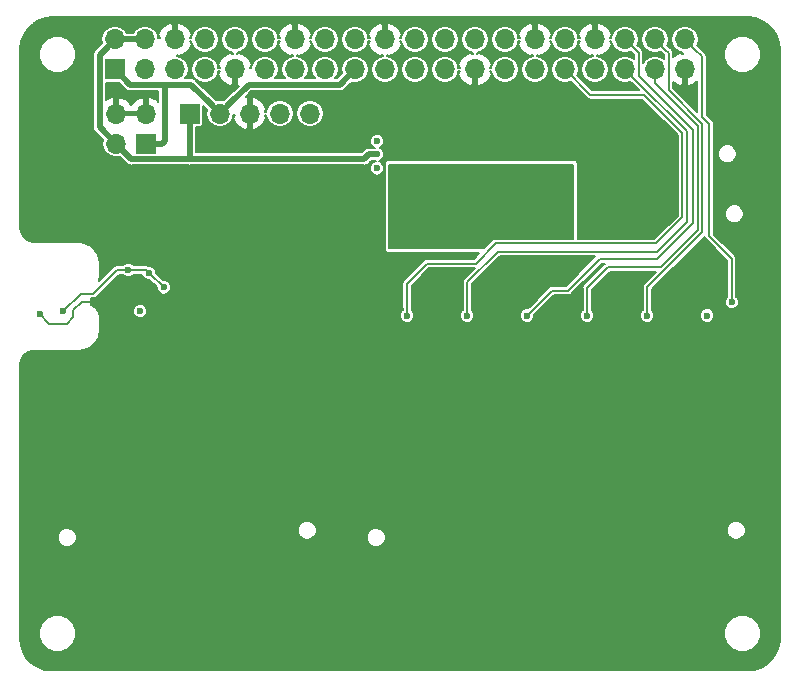
<source format=gbl>
G04 #@! TF.GenerationSoftware,KiCad,Pcbnew,5.0.0-rc2+dfsg1-3*
G04 #@! TF.CreationDate,2018-06-30T12:01:17+02:00*
G04 #@! TF.ProjectId,alpha,616C7068612E6B696361645F70636200,rev?*
G04 #@! TF.SameCoordinates,Original*
G04 #@! TF.FileFunction,Copper,L2,Bot,Signal*
G04 #@! TF.FilePolarity,Positive*
%FSLAX46Y46*%
G04 Gerber Fmt 4.6, Leading zero omitted, Abs format (unit mm)*
G04 Created by KiCad (PCBNEW 5.0.0-rc2+dfsg1-3) date Sat Jun 30 12:01:17 2018*
%MOMM*%
%LPD*%
G01*
G04 APERTURE LIST*
G04 #@! TA.AperFunction,ComponentPad*
%ADD10R,1.700000X1.700000*%
G04 #@! TD*
G04 #@! TA.AperFunction,ComponentPad*
%ADD11O,1.700000X1.700000*%
G04 #@! TD*
G04 #@! TA.AperFunction,ViaPad*
%ADD12C,0.600000*%
G04 #@! TD*
G04 #@! TA.AperFunction,Conductor*
%ADD13C,0.500000*%
G04 #@! TD*
G04 #@! TA.AperFunction,Conductor*
%ADD14C,0.200000*%
G04 #@! TD*
G04 #@! TA.AperFunction,Conductor*
%ADD15C,0.150000*%
G04 #@! TD*
G04 APERTURE END LIST*
D10*
G04 #@! TO.P,P3,1*
G04 #@! TO.N,+3V3*
X208370000Y-98770000D03*
D11*
G04 #@! TO.P,P3,2*
G04 #@! TO.N,+5V*
X208370000Y-96230000D03*
G04 #@! TO.P,P3,3*
G04 #@! TO.N,/TMP102_SDA*
X210910000Y-98770000D03*
G04 #@! TO.P,P3,4*
G04 #@! TO.N,+5V*
X210910000Y-96230000D03*
G04 #@! TO.P,P3,5*
G04 #@! TO.N,/TMP102_SCL*
X213450000Y-98770000D03*
G04 #@! TO.P,P3,6*
G04 #@! TO.N,GND*
X213450000Y-96230000D03*
G04 #@! TO.P,P3,7*
G04 #@! TO.N,/TMP102_PWR*
X215990000Y-98770000D03*
G04 #@! TO.P,P3,8*
G04 #@! TO.N,/SERIAL_TX*
X215990000Y-96230000D03*
G04 #@! TO.P,P3,9*
G04 #@! TO.N,GND*
X218530000Y-98770000D03*
G04 #@! TO.P,P3,10*
G04 #@! TO.N,/SERIAL_RX*
X218530000Y-96230000D03*
G04 #@! TO.P,P3,11*
G04 #@! TO.N,/INPUT_8*
X221070000Y-98770000D03*
G04 #@! TO.P,P3,12*
G04 #@! TO.N,/INPUT_7*
X221070000Y-96230000D03*
G04 #@! TO.P,P3,13*
G04 #@! TO.N,/INPUT_6*
X223610000Y-98770000D03*
G04 #@! TO.P,P3,14*
G04 #@! TO.N,GND*
X223610000Y-96230000D03*
G04 #@! TO.P,P3,15*
G04 #@! TO.N,/INPUT_4*
X226150000Y-98770000D03*
G04 #@! TO.P,P3,16*
G04 #@! TO.N,/INPUT_5*
X226150000Y-96230000D03*
G04 #@! TO.P,P3,17*
G04 #@! TO.N,+3V3*
X228690000Y-98770000D03*
G04 #@! TO.P,P3,18*
G04 #@! TO.N,/INPUT_3*
X228690000Y-96230000D03*
G04 #@! TO.P,P3,19*
G04 #@! TO.N,/INPUT_2*
X231230000Y-98770000D03*
G04 #@! TO.P,P3,20*
G04 #@! TO.N,GND*
X231230000Y-96230000D03*
G04 #@! TO.P,P3,21*
G04 #@! TO.N,Net-(P3-Pad21)*
X233770000Y-98770000D03*
G04 #@! TO.P,P3,22*
G04 #@! TO.N,/INPUT_1*
X233770000Y-96230000D03*
G04 #@! TO.P,P3,23*
G04 #@! TO.N,Net-(P3-Pad23)*
X236310000Y-98770000D03*
G04 #@! TO.P,P3,24*
G04 #@! TO.N,Net-(P3-Pad24)*
X236310000Y-96230000D03*
G04 #@! TO.P,P3,25*
G04 #@! TO.N,GND*
X238850000Y-98770000D03*
G04 #@! TO.P,P3,26*
G04 #@! TO.N,Net-(P3-Pad26)*
X238850000Y-96230000D03*
G04 #@! TO.P,P3,27*
G04 #@! TO.N,Net-(P3-Pad27)*
X241390000Y-98770000D03*
G04 #@! TO.P,P3,28*
G04 #@! TO.N,Net-(P3-Pad28)*
X241390000Y-96230000D03*
G04 #@! TO.P,P3,29*
G04 #@! TO.N,Net-(P3-Pad29)*
X243930000Y-98770000D03*
G04 #@! TO.P,P3,30*
G04 #@! TO.N,GND*
X243930000Y-96230000D03*
G04 #@! TO.P,P3,31*
G04 #@! TO.N,/SWITCH_1*
X246470000Y-98770000D03*
G04 #@! TO.P,P3,32*
G04 #@! TO.N,/STATUS_LED_1*
X246470000Y-96230000D03*
G04 #@! TO.P,P3,33*
G04 #@! TO.N,/STATUS_LED_2*
X249010000Y-98770000D03*
G04 #@! TO.P,P3,34*
G04 #@! TO.N,GND*
X249010000Y-96230000D03*
G04 #@! TO.P,P3,35*
G04 #@! TO.N,/SWITCH_2*
X251550000Y-98770000D03*
G04 #@! TO.P,P3,36*
G04 #@! TO.N,/SWITCH_3*
X251550000Y-96230000D03*
G04 #@! TO.P,P3,37*
G04 #@! TO.N,/SWITCH_4*
X254090000Y-98770000D03*
G04 #@! TO.P,P3,38*
G04 #@! TO.N,/SWITCH_5*
X254090000Y-96230000D03*
G04 #@! TO.P,P3,39*
G04 #@! TO.N,GND*
X256630000Y-98770000D03*
G04 #@! TO.P,P3,40*
G04 #@! TO.N,/SWITCH_6*
X256630000Y-96230000D03*
G04 #@! TD*
D10*
G04 #@! TO.P,J1,1*
G04 #@! TO.N,+3V3*
X211000000Y-105040000D03*
D11*
G04 #@! TO.P,J1,2*
G04 #@! TO.N,+5V*
X208460000Y-105040000D03*
G04 #@! TO.P,J1,3*
G04 #@! TO.N,GND*
X211000000Y-102500000D03*
G04 #@! TO.P,J1,4*
X208460000Y-102500000D03*
G04 #@! TD*
D10*
G04 #@! TO.P,J2,1*
G04 #@! TO.N,+5V*
X214710000Y-102500000D03*
D11*
G04 #@! TO.P,J2,2*
G04 #@! TO.N,+3V3*
X217250000Y-102500000D03*
G04 #@! TO.P,J2,3*
G04 #@! TO.N,GND*
X219790000Y-102500000D03*
G04 #@! TO.P,J2,4*
G04 #@! TO.N,/SERIAL_TX*
X222330000Y-102500000D03*
G04 #@! TO.P,J2,5*
G04 #@! TO.N,/SERIAL_RX*
X224870000Y-102500000D03*
G04 #@! TD*
D12*
G04 #@! TO.N,+5V*
X230550000Y-107150000D03*
X230580000Y-105960000D03*
X230590000Y-104860000D03*
G04 #@! TO.N,GND*
X209500000Y-120500000D03*
X202000000Y-119500000D03*
X244750439Y-100999888D03*
X230480000Y-120028000D03*
X230480000Y-118758000D03*
X230480000Y-116472000D03*
X245720000Y-120028000D03*
X245720000Y-118758000D03*
X245720000Y-116472000D03*
X250800000Y-120028000D03*
X250800000Y-118758000D03*
X250800000Y-116472000D03*
X255880000Y-116472000D03*
X255880000Y-118758000D03*
X255880000Y-120028000D03*
X240640000Y-120028000D03*
X240640000Y-118758000D03*
X240640000Y-116472000D03*
X235560000Y-120028000D03*
X235560000Y-116472000D03*
X235560000Y-118758000D03*
X208500000Y-101000000D03*
X209750000Y-101000000D03*
X211000000Y-101000000D03*
X211750000Y-108250000D03*
X214250000Y-109750000D03*
X214250000Y-108250000D03*
X211750000Y-109750000D03*
G04 #@! TO.N,/SWITCH_1*
X233120002Y-119600000D03*
G04 #@! TO.N,/SWITCH_2*
X238200002Y-119600000D03*
G04 #@! TO.N,/SWITCH_3*
X243280002Y-119600000D03*
G04 #@! TO.N,/SWITCH_4*
X248360002Y-119600000D03*
G04 #@! TO.N,/SWITCH_5*
X253440002Y-119600000D03*
G04 #@! TO.N,/SWITCH_6*
X258520002Y-119600000D03*
X260604000Y-118491000D03*
G04 #@! TO.N,/TMP102_PWR*
X212513973Y-117224300D03*
X211250000Y-115971841D03*
X203957639Y-119258996D03*
X209500000Y-115750000D03*
X210500000Y-119250000D03*
G04 #@! TO.N,/SW*
X245250000Y-112143000D03*
X245750000Y-109643000D03*
X240000000Y-112750000D03*
X240000000Y-110750000D03*
X240000000Y-111750000D03*
X246660998Y-108643000D03*
X246660998Y-109643000D03*
X245750000Y-108643000D03*
X237000000Y-113250000D03*
X234000000Y-113250000D03*
X235500000Y-113250000D03*
G04 #@! TD*
D13*
G04 #@! TO.N,+3V3*
X212598000Y-100070001D02*
X214820001Y-100070001D01*
X209670001Y-100070001D02*
X212598000Y-100070001D01*
X212350000Y-105040000D02*
X211000000Y-105040000D01*
X212598000Y-100070001D02*
X212598000Y-104792000D01*
X212598000Y-104792000D02*
X212350000Y-105040000D01*
X208370000Y-98770000D02*
X209670001Y-100070001D01*
X214820001Y-100070001D02*
X216400001Y-101650001D01*
X216400001Y-101650001D02*
X217250000Y-102500000D01*
X228690000Y-98770000D02*
X227389999Y-100070001D01*
X227389999Y-100070001D02*
X219679999Y-100070001D01*
X219679999Y-100070001D02*
X218099999Y-101650001D01*
X218099999Y-101650001D02*
X217250000Y-102500000D01*
G04 #@! TO.N,+5V*
X209760001Y-106340001D02*
X214630000Y-106340001D01*
X214630000Y-106340001D02*
X217170000Y-106340001D01*
X214710000Y-103850000D02*
X214710000Y-106260001D01*
X214710000Y-106260001D02*
X214630000Y-106340001D01*
X208460000Y-105040000D02*
X207069999Y-103649999D01*
X207069999Y-103649999D02*
X207069999Y-97530001D01*
X207069999Y-97530001D02*
X207520001Y-97079999D01*
X207520001Y-97079999D02*
X208370000Y-96230000D01*
X217170000Y-106340001D02*
X229492893Y-106340001D01*
X214710000Y-102500000D02*
X214710000Y-103850000D01*
X208460000Y-105040000D02*
X209760001Y-106340001D01*
X229492893Y-106340001D02*
X229872894Y-105960000D01*
X229872894Y-105960000D02*
X230580000Y-105960000D01*
X210910000Y-96230000D02*
X208370000Y-96230000D01*
D14*
G04 #@! TO.N,GND*
X207436819Y-118436819D02*
X209500000Y-120500000D01*
X205563181Y-118436819D02*
X206250000Y-118436819D01*
X206250000Y-118436819D02*
X207436819Y-118436819D01*
X204288904Y-120300003D02*
X204838907Y-119750000D01*
X202800003Y-120300003D02*
X204288904Y-120300003D01*
X204838907Y-119161093D02*
X205563181Y-118436819D01*
X202000000Y-119500000D02*
X202800003Y-120300003D01*
X204838907Y-119750000D02*
X204838907Y-119161093D01*
D13*
X208460000Y-102500000D02*
X208460000Y-101040000D01*
X208460000Y-101040000D02*
X208500000Y-101000000D01*
X208500000Y-101000000D02*
X209750000Y-101000000D01*
X209750000Y-101000000D02*
X211000000Y-101000000D01*
X211000000Y-102500000D02*
X211000000Y-101000000D01*
X211750000Y-108250000D02*
X214250000Y-108250000D01*
X214250000Y-109750000D02*
X211750000Y-109750000D01*
D14*
G04 #@! TO.N,/SWITCH_1*
X253141782Y-100922002D02*
X256400000Y-104180220D01*
X240600000Y-113500000D02*
X238900000Y-115200000D01*
X246470000Y-98770000D02*
X248622002Y-100922002D01*
X254200000Y-113500000D02*
X240600000Y-113500000D01*
X238900000Y-115200000D02*
X234800000Y-115200000D01*
X233100000Y-118943602D02*
X233120002Y-118963604D01*
X248622002Y-100922002D02*
X253141782Y-100922002D01*
X256400000Y-104180220D02*
X256400000Y-111300000D01*
X233100000Y-116900000D02*
X233100000Y-118943602D01*
X256400000Y-111300000D02*
X254200000Y-113500000D01*
X234800000Y-115200000D02*
X233100000Y-116900000D01*
X233120002Y-118963604D02*
X233120002Y-119600000D01*
G04 #@! TO.N,/SWITCH_2*
X238200002Y-118963604D02*
X238200002Y-119600000D01*
X254300000Y-114200000D02*
X240800000Y-114200000D01*
X256800011Y-111699989D02*
X254300000Y-114200000D01*
X256800011Y-104014531D02*
X256800011Y-111699989D01*
X252405479Y-99619999D02*
X256800011Y-104014531D01*
X251550000Y-98770000D02*
X252399999Y-99619999D01*
X240800000Y-114200000D02*
X238200002Y-116799998D01*
X252399999Y-99619999D02*
X252405479Y-99619999D01*
X238200002Y-116799998D02*
X238200002Y-118963604D01*
G04 #@! TO.N,/SWITCH_3*
X251550000Y-96230000D02*
X252700001Y-97380001D01*
X252700001Y-97380001D02*
X252700001Y-99282427D01*
X252700001Y-99282427D02*
X257279608Y-103862034D01*
X257279608Y-103862034D02*
X257279608Y-106448208D01*
X257279608Y-106448208D02*
X257300022Y-106468622D01*
X257300022Y-106468622D02*
X257300022Y-111765678D01*
X257300022Y-111765678D02*
X254265700Y-114800000D01*
X254265700Y-114800000D02*
X249400000Y-114800000D01*
X249400000Y-114800000D02*
X246700000Y-117500000D01*
X246700000Y-117500000D02*
X245380002Y-117500000D01*
X245380002Y-117500000D02*
X243730001Y-119150001D01*
X243730001Y-119150001D02*
X243280002Y-119600000D01*
G04 #@! TO.N,/SWITCH_4*
X257700033Y-112399967D02*
X257700033Y-106302933D01*
X257700033Y-106302933D02*
X257700009Y-106302909D01*
X250100000Y-115500000D02*
X254600000Y-115500000D01*
X248360002Y-117239998D02*
X250100000Y-115500000D01*
X254600000Y-115500000D02*
X257700033Y-112399967D01*
X248360002Y-119600000D02*
X248360002Y-117239998D01*
X257700009Y-106302909D02*
X257700009Y-103532165D01*
X254090000Y-99922156D02*
X254090000Y-98770000D01*
X257700009Y-103532165D02*
X254090000Y-99922156D01*
G04 #@! TO.N,/SWITCH_5*
X258100020Y-103366476D02*
X255240001Y-100506457D01*
X258100044Y-112565656D02*
X258100044Y-106137244D01*
X255240001Y-97380001D02*
X254939999Y-97079999D01*
X258100020Y-106137220D02*
X258100020Y-103366476D01*
X258100044Y-106137244D02*
X258100020Y-106137220D01*
X253440002Y-119600000D02*
X253440002Y-117225698D01*
X254939999Y-97079999D02*
X254090000Y-96230000D01*
X253440002Y-117225698D02*
X258100044Y-112565656D01*
X255240001Y-100506457D02*
X255240001Y-97380001D01*
G04 #@! TO.N,/SWITCH_6*
X258070003Y-97670003D02*
X257479999Y-97079999D01*
X258070003Y-102770759D02*
X258070003Y-97670003D01*
X258699000Y-103378000D02*
X258070003Y-102770759D01*
X257479999Y-97079999D02*
X256630000Y-96230000D01*
D15*
X258699000Y-103378000D02*
X258699000Y-112903000D01*
X258699000Y-112903000D02*
X260604000Y-114808000D01*
X260604000Y-114808000D02*
X260604000Y-117094000D01*
X260604000Y-117094000D02*
X260604000Y-118491000D01*
D14*
G04 #@! TO.N,/TMP102_PWR*
X211250000Y-115971841D02*
X212502459Y-117224300D01*
X212502459Y-117224300D02*
X212513973Y-117224300D01*
X211028159Y-115750000D02*
X211250000Y-115971841D01*
X203957639Y-119258996D02*
X205466635Y-117750000D01*
X205466635Y-117750000D02*
X206516051Y-117750000D01*
X206516051Y-117750000D02*
X208516051Y-115750000D01*
X208516051Y-115750000D02*
X209500000Y-115750000D01*
X209500000Y-115750000D02*
X211028159Y-115750000D01*
G04 #@! TD*
G04 #@! TO.N,GND*
G36*
X262609084Y-94423382D02*
X263185500Y-94632611D01*
X263698320Y-94968831D01*
X264120038Y-95414005D01*
X264428036Y-95944263D01*
X264607175Y-96535732D01*
X264650001Y-97015594D01*
X264650000Y-146979667D01*
X264576618Y-147609084D01*
X264367389Y-148185500D01*
X264031169Y-148698320D01*
X263585993Y-149120039D01*
X263055737Y-149428036D01*
X262464268Y-149607175D01*
X261984417Y-149650000D01*
X203020333Y-149650000D01*
X202390916Y-149576618D01*
X201814500Y-149367389D01*
X201301680Y-149031169D01*
X200879961Y-148585993D01*
X200571964Y-148055737D01*
X200392825Y-147464268D01*
X200350000Y-146984417D01*
X200350000Y-146191686D01*
X201950000Y-146191686D01*
X201950000Y-146808314D01*
X202185974Y-147378004D01*
X202621996Y-147814026D01*
X203191686Y-148050000D01*
X203808314Y-148050000D01*
X204378004Y-147814026D01*
X204814026Y-147378004D01*
X205050000Y-146808314D01*
X205050000Y-146191686D01*
X259950000Y-146191686D01*
X259950000Y-146808314D01*
X260185974Y-147378004D01*
X260621996Y-147814026D01*
X261191686Y-148050000D01*
X261808314Y-148050000D01*
X262378004Y-147814026D01*
X262814026Y-147378004D01*
X263050000Y-146808314D01*
X263050000Y-146191686D01*
X262814026Y-145621996D01*
X262378004Y-145185974D01*
X261808314Y-144950000D01*
X261191686Y-144950000D01*
X260621996Y-145185974D01*
X260185974Y-145621996D01*
X259950000Y-146191686D01*
X205050000Y-146191686D01*
X204814026Y-145621996D01*
X204378004Y-145185974D01*
X203808314Y-144950000D01*
X203191686Y-144950000D01*
X202621996Y-145185974D01*
X202185974Y-145621996D01*
X201950000Y-146191686D01*
X200350000Y-146191686D01*
X200350000Y-138236870D01*
X203518000Y-138236870D01*
X203518000Y-138555130D01*
X203639793Y-138849164D01*
X203864836Y-139074207D01*
X204158870Y-139196000D01*
X204477130Y-139196000D01*
X204771164Y-139074207D01*
X204996207Y-138849164D01*
X205118000Y-138555130D01*
X205118000Y-138236870D01*
X204996207Y-137942836D01*
X204771164Y-137717793D01*
X204575799Y-137636870D01*
X223838000Y-137636870D01*
X223838000Y-137955130D01*
X223959793Y-138249164D01*
X224184836Y-138474207D01*
X224478870Y-138596000D01*
X224797130Y-138596000D01*
X225091164Y-138474207D01*
X225316207Y-138249164D01*
X225321299Y-138236870D01*
X229680000Y-138236870D01*
X229680000Y-138555130D01*
X229801793Y-138849164D01*
X230026836Y-139074207D01*
X230320870Y-139196000D01*
X230639130Y-139196000D01*
X230933164Y-139074207D01*
X231158207Y-138849164D01*
X231280000Y-138555130D01*
X231280000Y-138236870D01*
X231158207Y-137942836D01*
X230933164Y-137717793D01*
X230737799Y-137636870D01*
X260160000Y-137636870D01*
X260160000Y-137955130D01*
X260281793Y-138249164D01*
X260506836Y-138474207D01*
X260800870Y-138596000D01*
X261119130Y-138596000D01*
X261413164Y-138474207D01*
X261638207Y-138249164D01*
X261760000Y-137955130D01*
X261760000Y-137636870D01*
X261638207Y-137342836D01*
X261413164Y-137117793D01*
X261119130Y-136996000D01*
X260800870Y-136996000D01*
X260506836Y-137117793D01*
X260281793Y-137342836D01*
X260160000Y-137636870D01*
X230737799Y-137636870D01*
X230639130Y-137596000D01*
X230320870Y-137596000D01*
X230026836Y-137717793D01*
X229801793Y-137942836D01*
X229680000Y-138236870D01*
X225321299Y-138236870D01*
X225438000Y-137955130D01*
X225438000Y-137636870D01*
X225316207Y-137342836D01*
X225091164Y-137117793D01*
X224797130Y-136996000D01*
X224478870Y-136996000D01*
X224184836Y-137117793D01*
X223959793Y-137342836D01*
X223838000Y-137636870D01*
X204575799Y-137636870D01*
X204477130Y-137596000D01*
X204158870Y-137596000D01*
X203864836Y-137717793D01*
X203639793Y-137942836D01*
X203518000Y-138236870D01*
X200350000Y-138236870D01*
X200350000Y-123778927D01*
X200416557Y-123379054D01*
X200595127Y-123048107D01*
X200871267Y-122792846D01*
X201221645Y-122637946D01*
X201522019Y-122600000D01*
X205284468Y-122600000D01*
X205306136Y-122595690D01*
X205666902Y-122550115D01*
X205686756Y-122544178D01*
X205707412Y-122542552D01*
X205764556Y-122522987D01*
X206215054Y-122323824D01*
X206238094Y-122308690D01*
X206263388Y-122297744D01*
X206311114Y-122260724D01*
X206672813Y-121926374D01*
X206689709Y-121904592D01*
X206710094Y-121886043D01*
X206743254Y-121835562D01*
X206743255Y-121835561D01*
X206743256Y-121835558D01*
X206977151Y-121402075D01*
X206986080Y-121375995D01*
X206999357Y-121351844D01*
X207014378Y-121293341D01*
X207094351Y-120812869D01*
X207100000Y-120784468D01*
X207100000Y-119715532D01*
X207093275Y-119681723D01*
X207093275Y-119681719D01*
X207036185Y-119394706D01*
X207036185Y-119394704D01*
X206991966Y-119287952D01*
X206983925Y-119268538D01*
X206983924Y-119268537D01*
X206891793Y-119130653D01*
X209900000Y-119130653D01*
X209900000Y-119369347D01*
X209991344Y-119589873D01*
X210160127Y-119758656D01*
X210380653Y-119850000D01*
X210619347Y-119850000D01*
X210839873Y-119758656D01*
X211008656Y-119589873D01*
X211100000Y-119369347D01*
X211100000Y-119130653D01*
X211008656Y-118910127D01*
X210839873Y-118741344D01*
X210619347Y-118650000D01*
X210380653Y-118650000D01*
X210160127Y-118741344D01*
X209991344Y-118910127D01*
X209900000Y-119130653D01*
X206891793Y-119130653D01*
X206821344Y-119025220D01*
X206724778Y-118928654D01*
X206481463Y-118766076D01*
X206481462Y-118766075D01*
X206421756Y-118741344D01*
X206355296Y-118713815D01*
X206355294Y-118713815D01*
X206350000Y-118712762D01*
X206350000Y-118150000D01*
X206476657Y-118150000D01*
X206516051Y-118157836D01*
X206555445Y-118150000D01*
X206672123Y-118126791D01*
X206804435Y-118038384D01*
X206826754Y-118004981D01*
X208681737Y-116150000D01*
X209051471Y-116150000D01*
X209160127Y-116258656D01*
X209380653Y-116350000D01*
X209619347Y-116350000D01*
X209839873Y-116258656D01*
X209948529Y-116150000D01*
X210674360Y-116150000D01*
X210741344Y-116311714D01*
X210910127Y-116480497D01*
X211130653Y-116571841D01*
X211284316Y-116571841D01*
X211913973Y-117201499D01*
X211913973Y-117343647D01*
X212005317Y-117564173D01*
X212174100Y-117732956D01*
X212394626Y-117824300D01*
X212633320Y-117824300D01*
X212853846Y-117732956D01*
X213022629Y-117564173D01*
X213113973Y-117343647D01*
X213113973Y-117104953D01*
X213022629Y-116884427D01*
X212853846Y-116715644D01*
X212633320Y-116624300D01*
X212468144Y-116624300D01*
X211850000Y-116006157D01*
X211850000Y-115852494D01*
X211758656Y-115631968D01*
X211589873Y-115463185D01*
X211369347Y-115371841D01*
X211177354Y-115371841D01*
X211067553Y-115350000D01*
X211028159Y-115342164D01*
X210988765Y-115350000D01*
X209948529Y-115350000D01*
X209839873Y-115241344D01*
X209619347Y-115150000D01*
X209380653Y-115150000D01*
X209160127Y-115241344D01*
X209051471Y-115350000D01*
X208555443Y-115350000D01*
X208516050Y-115342164D01*
X208476658Y-115350000D01*
X208476657Y-115350000D01*
X208359979Y-115373209D01*
X208227667Y-115461616D01*
X208205352Y-115495013D01*
X206994546Y-116705820D01*
X207020183Y-116643927D01*
X207036185Y-116605296D01*
X207036185Y-116605294D01*
X207093275Y-116318281D01*
X207093275Y-116318277D01*
X207100000Y-116284468D01*
X207100000Y-115215532D01*
X207095690Y-115193864D01*
X207050115Y-114833099D01*
X207044178Y-114813246D01*
X207042552Y-114792588D01*
X207022987Y-114735444D01*
X206823823Y-114284945D01*
X206808690Y-114261907D01*
X206797744Y-114236612D01*
X206760724Y-114188886D01*
X206426374Y-113827187D01*
X206404593Y-113810291D01*
X206386043Y-113789906D01*
X206335567Y-113756749D01*
X206335561Y-113756745D01*
X206335558Y-113756744D01*
X205902075Y-113522850D01*
X205875999Y-113513922D01*
X205851844Y-113500643D01*
X205793341Y-113485622D01*
X205312874Y-113405650D01*
X205284468Y-113400000D01*
X201528927Y-113400000D01*
X201129054Y-113333443D01*
X200798109Y-113154875D01*
X200542846Y-112878732D01*
X200387946Y-112528357D01*
X200350000Y-112227982D01*
X200350000Y-97191686D01*
X201950000Y-97191686D01*
X201950000Y-97808314D01*
X202185974Y-98378004D01*
X202621996Y-98814026D01*
X203191686Y-99050000D01*
X203808314Y-99050000D01*
X204378004Y-98814026D01*
X204814026Y-98378004D01*
X205050000Y-97808314D01*
X205050000Y-97530001D01*
X206509224Y-97530001D01*
X206520000Y-97584175D01*
X206519999Y-103595830D01*
X206509224Y-103649999D01*
X206519999Y-103704168D01*
X206551910Y-103864597D01*
X206673471Y-104046527D01*
X206719399Y-104077215D01*
X207352958Y-104710774D01*
X207287471Y-105040000D01*
X207376724Y-105488707D01*
X207630897Y-105869103D01*
X208011293Y-106123276D01*
X208346739Y-106190000D01*
X208573261Y-106190000D01*
X208789226Y-106147042D01*
X209332787Y-106690604D01*
X209363473Y-106736529D01*
X209545402Y-106858090D01*
X209705831Y-106890001D01*
X209760000Y-106900776D01*
X209814169Y-106890001D01*
X214575831Y-106890001D01*
X214630000Y-106900776D01*
X214684169Y-106890001D01*
X229438724Y-106890001D01*
X229492893Y-106900776D01*
X229547062Y-106890001D01*
X229547063Y-106890001D01*
X229707492Y-106858090D01*
X229889421Y-106736529D01*
X229920109Y-106690602D01*
X230100711Y-106510000D01*
X230339941Y-106510000D01*
X230436511Y-106550000D01*
X230430653Y-106550000D01*
X230210127Y-106641344D01*
X230041344Y-106810127D01*
X229950000Y-107030653D01*
X229950000Y-107269347D01*
X230041344Y-107489873D01*
X230210127Y-107658656D01*
X230430653Y-107750000D01*
X230669347Y-107750000D01*
X230889873Y-107658656D01*
X231058656Y-107489873D01*
X231150000Y-107269347D01*
X231150000Y-107030653D01*
X231058656Y-106810127D01*
X230998529Y-106750000D01*
X231200000Y-106750000D01*
X231200000Y-114000000D01*
X231222836Y-114114805D01*
X231287868Y-114212132D01*
X231385195Y-114277164D01*
X231500000Y-114300000D01*
X239234316Y-114300000D01*
X238734316Y-114800000D01*
X234839393Y-114800000D01*
X234799999Y-114792164D01*
X234643928Y-114823209D01*
X234511616Y-114911616D01*
X234489299Y-114945016D01*
X232845019Y-116589297D01*
X232811616Y-116611616D01*
X232725328Y-116740758D01*
X232723209Y-116743929D01*
X232692164Y-116900000D01*
X232700000Y-116939394D01*
X232700001Y-118904204D01*
X232692164Y-118943602D01*
X232720002Y-119083552D01*
X232720002Y-119151471D01*
X232611346Y-119260127D01*
X232520002Y-119480653D01*
X232520002Y-119719347D01*
X232611346Y-119939873D01*
X232780129Y-120108656D01*
X233000655Y-120200000D01*
X233239349Y-120200000D01*
X233459875Y-120108656D01*
X233628658Y-119939873D01*
X233720002Y-119719347D01*
X233720002Y-119480653D01*
X233628658Y-119260127D01*
X233520002Y-119151471D01*
X233520002Y-119002996D01*
X233527838Y-118963603D01*
X233518990Y-118919123D01*
X233500000Y-118823654D01*
X233500000Y-117065684D01*
X234965685Y-115600000D01*
X238834315Y-115600000D01*
X237945021Y-116489295D01*
X237911618Y-116511614D01*
X237836325Y-116624300D01*
X237823211Y-116643927D01*
X237792166Y-116799998D01*
X237800002Y-116839392D01*
X237800003Y-118924206D01*
X237800002Y-118924211D01*
X237800002Y-119151471D01*
X237691346Y-119260127D01*
X237600002Y-119480653D01*
X237600002Y-119719347D01*
X237691346Y-119939873D01*
X237860129Y-120108656D01*
X238080655Y-120200000D01*
X238319349Y-120200000D01*
X238539875Y-120108656D01*
X238708658Y-119939873D01*
X238800002Y-119719347D01*
X238800002Y-119480653D01*
X238708658Y-119260127D01*
X238600002Y-119151471D01*
X238600002Y-116965682D01*
X240965686Y-114600000D01*
X249034315Y-114600000D01*
X246534316Y-117100000D01*
X245419396Y-117100000D01*
X245380002Y-117092164D01*
X245340608Y-117100000D01*
X245223930Y-117123209D01*
X245091618Y-117211616D01*
X245069301Y-117245016D01*
X243475017Y-118839301D01*
X243475014Y-118839303D01*
X243314317Y-119000000D01*
X243160655Y-119000000D01*
X242940129Y-119091344D01*
X242771346Y-119260127D01*
X242680002Y-119480653D01*
X242680002Y-119719347D01*
X242771346Y-119939873D01*
X242940129Y-120108656D01*
X243160655Y-120200000D01*
X243399349Y-120200000D01*
X243619875Y-120108656D01*
X243788658Y-119939873D01*
X243880002Y-119719347D01*
X243880002Y-119565685D01*
X244040699Y-119404988D01*
X244040701Y-119404985D01*
X245545687Y-117900000D01*
X246660606Y-117900000D01*
X246700000Y-117907836D01*
X246739394Y-117900000D01*
X246856072Y-117876791D01*
X246988384Y-117788384D01*
X247010703Y-117754981D01*
X249565685Y-115200000D01*
X249829001Y-115200000D01*
X249811616Y-115211616D01*
X249789299Y-115245016D01*
X248105019Y-116929297D01*
X248071619Y-116951614D01*
X248031811Y-117011192D01*
X247983211Y-117083927D01*
X247952166Y-117239998D01*
X247960003Y-117279396D01*
X247960002Y-119151471D01*
X247851346Y-119260127D01*
X247760002Y-119480653D01*
X247760002Y-119719347D01*
X247851346Y-119939873D01*
X248020129Y-120108656D01*
X248240655Y-120200000D01*
X248479349Y-120200000D01*
X248699875Y-120108656D01*
X248868658Y-119939873D01*
X248960002Y-119719347D01*
X248960002Y-119480653D01*
X248868658Y-119260127D01*
X248760002Y-119151471D01*
X248760002Y-117405682D01*
X250265685Y-115900000D01*
X254200016Y-115900000D01*
X253185019Y-116914997D01*
X253151619Y-116937314D01*
X253119749Y-116985012D01*
X253063211Y-117069627D01*
X253032166Y-117225698D01*
X253040003Y-117265096D01*
X253040002Y-119151471D01*
X252931346Y-119260127D01*
X252840002Y-119480653D01*
X252840002Y-119719347D01*
X252931346Y-119939873D01*
X253100129Y-120108656D01*
X253320655Y-120200000D01*
X253559349Y-120200000D01*
X253779875Y-120108656D01*
X253948658Y-119939873D01*
X254040002Y-119719347D01*
X254040002Y-119480653D01*
X257920002Y-119480653D01*
X257920002Y-119719347D01*
X258011346Y-119939873D01*
X258180129Y-120108656D01*
X258400655Y-120200000D01*
X258639349Y-120200000D01*
X258859875Y-120108656D01*
X259028658Y-119939873D01*
X259120002Y-119719347D01*
X259120002Y-119480653D01*
X259028658Y-119260127D01*
X258859875Y-119091344D01*
X258639349Y-119000000D01*
X258400655Y-119000000D01*
X258180129Y-119091344D01*
X258011346Y-119260127D01*
X257920002Y-119480653D01*
X254040002Y-119480653D01*
X253948658Y-119260127D01*
X253840002Y-119151471D01*
X253840002Y-117391382D01*
X258318601Y-112912784D01*
X258345759Y-113049318D01*
X258407721Y-113142050D01*
X258407723Y-113142052D01*
X258428642Y-113173359D01*
X258459949Y-113194278D01*
X260229000Y-114963330D01*
X260229001Y-117057065D01*
X260229000Y-117057070D01*
X260229001Y-118017470D01*
X260095344Y-118151127D01*
X260004000Y-118371653D01*
X260004000Y-118610347D01*
X260095344Y-118830873D01*
X260264127Y-118999656D01*
X260484653Y-119091000D01*
X260723347Y-119091000D01*
X260943873Y-118999656D01*
X261112656Y-118830873D01*
X261204000Y-118610347D01*
X261204000Y-118371653D01*
X261112656Y-118151127D01*
X260979000Y-118017471D01*
X260979000Y-114844926D01*
X260986345Y-114808000D01*
X260979000Y-114771074D01*
X260979000Y-114771069D01*
X260957242Y-114661683D01*
X260921262Y-114607836D01*
X260895279Y-114568949D01*
X260895278Y-114568948D01*
X260874359Y-114537641D01*
X260843053Y-114516723D01*
X259074000Y-112747671D01*
X259074000Y-110838870D01*
X260011000Y-110838870D01*
X260011000Y-111157130D01*
X260132793Y-111451164D01*
X260357836Y-111676207D01*
X260651870Y-111798000D01*
X260970130Y-111798000D01*
X261264164Y-111676207D01*
X261489207Y-111451164D01*
X261611000Y-111157130D01*
X261611000Y-110838870D01*
X261489207Y-110544836D01*
X261264164Y-110319793D01*
X260970130Y-110198000D01*
X260651870Y-110198000D01*
X260357836Y-110319793D01*
X260132793Y-110544836D01*
X260011000Y-110838870D01*
X259074000Y-110838870D01*
X259074000Y-105758870D01*
X259411000Y-105758870D01*
X259411000Y-106077130D01*
X259532793Y-106371164D01*
X259757836Y-106596207D01*
X260051870Y-106718000D01*
X260370130Y-106718000D01*
X260664164Y-106596207D01*
X260889207Y-106371164D01*
X261011000Y-106077130D01*
X261011000Y-105758870D01*
X260889207Y-105464836D01*
X260664164Y-105239793D01*
X260370130Y-105118000D01*
X260051870Y-105118000D01*
X259757836Y-105239793D01*
X259532793Y-105464836D01*
X259411000Y-105758870D01*
X259074000Y-105758870D01*
X259074000Y-103534384D01*
X259078479Y-103527418D01*
X259106773Y-103370824D01*
X259072986Y-103215322D01*
X259005163Y-103117585D01*
X258470003Y-102600936D01*
X258470003Y-97709397D01*
X258477839Y-97670003D01*
X258446794Y-97513931D01*
X258421801Y-97476526D01*
X258358387Y-97381619D01*
X258324987Y-97359302D01*
X258157371Y-97191686D01*
X259950000Y-97191686D01*
X259950000Y-97808314D01*
X260185974Y-98378004D01*
X260621996Y-98814026D01*
X261191686Y-99050000D01*
X261808314Y-99050000D01*
X262378004Y-98814026D01*
X262814026Y-98378004D01*
X263050000Y-97808314D01*
X263050000Y-97191686D01*
X262814026Y-96621996D01*
X262378004Y-96185974D01*
X261808314Y-95950000D01*
X261191686Y-95950000D01*
X260621996Y-96185974D01*
X260185974Y-96621996D01*
X259950000Y-97191686D01*
X258157371Y-97191686D01*
X257790701Y-96825017D01*
X257790697Y-96825011D01*
X257685685Y-96719999D01*
X257713276Y-96678707D01*
X257802529Y-96230000D01*
X257713276Y-95781293D01*
X257459103Y-95400897D01*
X257078707Y-95146724D01*
X256743261Y-95080000D01*
X256516739Y-95080000D01*
X256181293Y-95146724D01*
X255800897Y-95400897D01*
X255546724Y-95781293D01*
X255457471Y-96230000D01*
X255546724Y-96678707D01*
X255800897Y-97059103D01*
X256181293Y-97313276D01*
X256475998Y-97371896D01*
X256475998Y-97473110D01*
X256251090Y-97362097D01*
X255902384Y-97506523D01*
X255640001Y-97736116D01*
X255640001Y-97419395D01*
X255647837Y-97380001D01*
X255616792Y-97223929D01*
X255587037Y-97179397D01*
X255528385Y-97091617D01*
X255494985Y-97069300D01*
X255250701Y-96825017D01*
X255250697Y-96825011D01*
X255145685Y-96719999D01*
X255173276Y-96678707D01*
X255262529Y-96230000D01*
X255173276Y-95781293D01*
X254919103Y-95400897D01*
X254538707Y-95146724D01*
X254203261Y-95080000D01*
X253976739Y-95080000D01*
X253641293Y-95146724D01*
X253260897Y-95400897D01*
X253006724Y-95781293D01*
X252917471Y-96230000D01*
X253006724Y-96678707D01*
X253260897Y-97059103D01*
X253641293Y-97313276D01*
X253976739Y-97380000D01*
X254203261Y-97380000D01*
X254538707Y-97313276D01*
X254579999Y-97285685D01*
X254685011Y-97390697D01*
X254685017Y-97390701D01*
X254840002Y-97545687D01*
X254840002Y-97888043D01*
X254538707Y-97686724D01*
X254203261Y-97620000D01*
X253976739Y-97620000D01*
X253641293Y-97686724D01*
X253260897Y-97940897D01*
X253100001Y-98181694D01*
X253100001Y-97419394D01*
X253107837Y-97380000D01*
X253076792Y-97223929D01*
X253047037Y-97179397D01*
X252988385Y-97091617D01*
X252954986Y-97069301D01*
X252605685Y-96720000D01*
X252633276Y-96678707D01*
X252722529Y-96230000D01*
X252633276Y-95781293D01*
X252379103Y-95400897D01*
X251998707Y-95146724D01*
X251663261Y-95080000D01*
X251436739Y-95080000D01*
X251101293Y-95146724D01*
X250720897Y-95400897D01*
X250466724Y-95781293D01*
X250408104Y-96075998D01*
X250307857Y-96075998D01*
X250417915Y-95851089D01*
X250165741Y-95341146D01*
X249737616Y-94966523D01*
X249388910Y-94822097D01*
X249164000Y-94933111D01*
X249164000Y-96076000D01*
X249184000Y-96076000D01*
X249184000Y-96384000D01*
X249164000Y-96384000D01*
X249164000Y-96404000D01*
X248856000Y-96404000D01*
X248856000Y-96384000D01*
X248836000Y-96384000D01*
X248836000Y-96076000D01*
X248856000Y-96076000D01*
X248856000Y-94933111D01*
X248631090Y-94822097D01*
X248282384Y-94966523D01*
X247854259Y-95341146D01*
X247602085Y-95851089D01*
X247712143Y-96075998D01*
X247611896Y-96075998D01*
X247553276Y-95781293D01*
X247299103Y-95400897D01*
X246918707Y-95146724D01*
X246583261Y-95080000D01*
X246356739Y-95080000D01*
X246021293Y-95146724D01*
X245640897Y-95400897D01*
X245386724Y-95781293D01*
X245328104Y-96075998D01*
X245227857Y-96075998D01*
X245337915Y-95851089D01*
X245085741Y-95341146D01*
X244657616Y-94966523D01*
X244308910Y-94822097D01*
X244084000Y-94933111D01*
X244084000Y-96076000D01*
X244104000Y-96076000D01*
X244104000Y-96384000D01*
X244084000Y-96384000D01*
X244084000Y-96404000D01*
X243776000Y-96404000D01*
X243776000Y-96384000D01*
X243756000Y-96384000D01*
X243756000Y-96076000D01*
X243776000Y-96076000D01*
X243776000Y-94933111D01*
X243551090Y-94822097D01*
X243202384Y-94966523D01*
X242774259Y-95341146D01*
X242522085Y-95851089D01*
X242632143Y-96075998D01*
X242531896Y-96075998D01*
X242473276Y-95781293D01*
X242219103Y-95400897D01*
X241838707Y-95146724D01*
X241503261Y-95080000D01*
X241276739Y-95080000D01*
X240941293Y-95146724D01*
X240560897Y-95400897D01*
X240306724Y-95781293D01*
X240217471Y-96230000D01*
X240306724Y-96678707D01*
X240560897Y-97059103D01*
X240941293Y-97313276D01*
X241276739Y-97380000D01*
X241503261Y-97380000D01*
X241838707Y-97313276D01*
X242219103Y-97059103D01*
X242473276Y-96678707D01*
X242531896Y-96384002D01*
X242632143Y-96384002D01*
X242522085Y-96608911D01*
X242774259Y-97118854D01*
X243202384Y-97493477D01*
X243551090Y-97637903D01*
X243775998Y-97526890D01*
X243775998Y-97628104D01*
X243481293Y-97686724D01*
X243100897Y-97940897D01*
X242846724Y-98321293D01*
X242757471Y-98770000D01*
X242846724Y-99218707D01*
X243100897Y-99599103D01*
X243481293Y-99853276D01*
X243816739Y-99920000D01*
X244043261Y-99920000D01*
X244378707Y-99853276D01*
X244759103Y-99599103D01*
X245013276Y-99218707D01*
X245102529Y-98770000D01*
X245013276Y-98321293D01*
X244759103Y-97940897D01*
X244378707Y-97686724D01*
X244084002Y-97628104D01*
X244084002Y-97526890D01*
X244308910Y-97637903D01*
X244657616Y-97493477D01*
X245085741Y-97118854D01*
X245337915Y-96608911D01*
X245227857Y-96384002D01*
X245328104Y-96384002D01*
X245386724Y-96678707D01*
X245640897Y-97059103D01*
X246021293Y-97313276D01*
X246356739Y-97380000D01*
X246583261Y-97380000D01*
X246918707Y-97313276D01*
X247299103Y-97059103D01*
X247553276Y-96678707D01*
X247611896Y-96384002D01*
X247712143Y-96384002D01*
X247602085Y-96608911D01*
X247854259Y-97118854D01*
X248282384Y-97493477D01*
X248631090Y-97637903D01*
X248855998Y-97526890D01*
X248855998Y-97628104D01*
X248561293Y-97686724D01*
X248180897Y-97940897D01*
X247926724Y-98321293D01*
X247837471Y-98770000D01*
X247926724Y-99218707D01*
X248180897Y-99599103D01*
X248561293Y-99853276D01*
X248896739Y-99920000D01*
X249123261Y-99920000D01*
X249458707Y-99853276D01*
X249839103Y-99599103D01*
X250093276Y-99218707D01*
X250182529Y-98770000D01*
X250093276Y-98321293D01*
X249839103Y-97940897D01*
X249458707Y-97686724D01*
X249164002Y-97628104D01*
X249164002Y-97526890D01*
X249388910Y-97637903D01*
X249737616Y-97493477D01*
X250165741Y-97118854D01*
X250417915Y-96608911D01*
X250307857Y-96384002D01*
X250408104Y-96384002D01*
X250466724Y-96678707D01*
X250720897Y-97059103D01*
X251101293Y-97313276D01*
X251436739Y-97380000D01*
X251663261Y-97380000D01*
X251998707Y-97313276D01*
X252040000Y-97285685D01*
X252300001Y-97545686D01*
X252300001Y-97888043D01*
X251998707Y-97686724D01*
X251663261Y-97620000D01*
X251436739Y-97620000D01*
X251101293Y-97686724D01*
X250720897Y-97940897D01*
X250466724Y-98321293D01*
X250377471Y-98770000D01*
X250466724Y-99218707D01*
X250720897Y-99599103D01*
X251101293Y-99853276D01*
X251436739Y-99920000D01*
X251663261Y-99920000D01*
X251998707Y-99853276D01*
X252039999Y-99825685D01*
X252089299Y-99874985D01*
X252111615Y-99908383D01*
X252161532Y-99941736D01*
X252741798Y-100522002D01*
X248787688Y-100522002D01*
X247525685Y-99260000D01*
X247553276Y-99218707D01*
X247642529Y-98770000D01*
X247553276Y-98321293D01*
X247299103Y-97940897D01*
X246918707Y-97686724D01*
X246583261Y-97620000D01*
X246356739Y-97620000D01*
X246021293Y-97686724D01*
X245640897Y-97940897D01*
X245386724Y-98321293D01*
X245297471Y-98770000D01*
X245386724Y-99218707D01*
X245640897Y-99599103D01*
X246021293Y-99853276D01*
X246356739Y-99920000D01*
X246583261Y-99920000D01*
X246918707Y-99853276D01*
X246960000Y-99825685D01*
X248311302Y-101176988D01*
X248333618Y-101210386D01*
X248465930Y-101298793D01*
X248582608Y-101322002D01*
X248622001Y-101329838D01*
X248661394Y-101322002D01*
X252976098Y-101322002D01*
X256000000Y-104345906D01*
X256000001Y-111134314D01*
X254034316Y-113100000D01*
X247550000Y-113100000D01*
X247550000Y-106750000D01*
X247527164Y-106635195D01*
X247462132Y-106537868D01*
X247364805Y-106472836D01*
X247250000Y-106450000D01*
X231500000Y-106450000D01*
X231385195Y-106472836D01*
X231287868Y-106537868D01*
X231222836Y-106635195D01*
X231200000Y-106750000D01*
X230998529Y-106750000D01*
X230889873Y-106641344D01*
X230693489Y-106560000D01*
X230699347Y-106560000D01*
X230919873Y-106468656D01*
X231088656Y-106299873D01*
X231180000Y-106079347D01*
X231180000Y-105840653D01*
X231088656Y-105620127D01*
X230919873Y-105451344D01*
X230825059Y-105412071D01*
X230929873Y-105368656D01*
X231098656Y-105199873D01*
X231190000Y-104979347D01*
X231190000Y-104740653D01*
X231098656Y-104520127D01*
X230929873Y-104351344D01*
X230709347Y-104260000D01*
X230470653Y-104260000D01*
X230250127Y-104351344D01*
X230081344Y-104520127D01*
X229990000Y-104740653D01*
X229990000Y-104979347D01*
X230081344Y-105199873D01*
X230250127Y-105368656D01*
X230344941Y-105407929D01*
X230339941Y-105410000D01*
X229927063Y-105410000D01*
X229872894Y-105399225D01*
X229818725Y-105410000D01*
X229818724Y-105410000D01*
X229658295Y-105441911D01*
X229476366Y-105563472D01*
X229445681Y-105609395D01*
X229265076Y-105790001D01*
X215260000Y-105790001D01*
X215260000Y-103655877D01*
X215560000Y-103655877D01*
X215677054Y-103632593D01*
X215776288Y-103566288D01*
X215842593Y-103467054D01*
X215865877Y-103350000D01*
X215865877Y-101893695D01*
X216049395Y-102077213D01*
X216049401Y-102077217D01*
X216142958Y-102170774D01*
X216077471Y-102500000D01*
X216166724Y-102948707D01*
X216420897Y-103329103D01*
X216801293Y-103583276D01*
X217136739Y-103650000D01*
X217363261Y-103650000D01*
X217698707Y-103583276D01*
X218079103Y-103329103D01*
X218333276Y-102948707D01*
X218391896Y-102654002D01*
X218492143Y-102654002D01*
X218382085Y-102878911D01*
X218634259Y-103388854D01*
X219062384Y-103763477D01*
X219411090Y-103907903D01*
X219636000Y-103796889D01*
X219636000Y-102654000D01*
X219616000Y-102654000D01*
X219616000Y-102346000D01*
X219636000Y-102346000D01*
X219636000Y-101203111D01*
X219944000Y-101203111D01*
X219944000Y-102346000D01*
X219964000Y-102346000D01*
X219964000Y-102654000D01*
X219944000Y-102654000D01*
X219944000Y-103796889D01*
X220168910Y-103907903D01*
X220517616Y-103763477D01*
X220945741Y-103388854D01*
X221197915Y-102878911D01*
X221087857Y-102654002D01*
X221188104Y-102654002D01*
X221246724Y-102948707D01*
X221500897Y-103329103D01*
X221881293Y-103583276D01*
X222216739Y-103650000D01*
X222443261Y-103650000D01*
X222778707Y-103583276D01*
X223159103Y-103329103D01*
X223413276Y-102948707D01*
X223502529Y-102500000D01*
X223697471Y-102500000D01*
X223786724Y-102948707D01*
X224040897Y-103329103D01*
X224421293Y-103583276D01*
X224756739Y-103650000D01*
X224983261Y-103650000D01*
X225318707Y-103583276D01*
X225699103Y-103329103D01*
X225953276Y-102948707D01*
X226042529Y-102500000D01*
X225953276Y-102051293D01*
X225699103Y-101670897D01*
X225318707Y-101416724D01*
X224983261Y-101350000D01*
X224756739Y-101350000D01*
X224421293Y-101416724D01*
X224040897Y-101670897D01*
X223786724Y-102051293D01*
X223697471Y-102500000D01*
X223502529Y-102500000D01*
X223413276Y-102051293D01*
X223159103Y-101670897D01*
X222778707Y-101416724D01*
X222443261Y-101350000D01*
X222216739Y-101350000D01*
X221881293Y-101416724D01*
X221500897Y-101670897D01*
X221246724Y-102051293D01*
X221188104Y-102345998D01*
X221087857Y-102345998D01*
X221197915Y-102121089D01*
X220945741Y-101611146D01*
X220517616Y-101236523D01*
X220168910Y-101092097D01*
X219944000Y-101203111D01*
X219636000Y-101203111D01*
X219427581Y-101100237D01*
X219907817Y-100620001D01*
X227335830Y-100620001D01*
X227389999Y-100630776D01*
X227444168Y-100620001D01*
X227444169Y-100620001D01*
X227604598Y-100588090D01*
X227786527Y-100466529D01*
X227817215Y-100420601D01*
X228360774Y-99877042D01*
X228576739Y-99920000D01*
X228803261Y-99920000D01*
X229138707Y-99853276D01*
X229519103Y-99599103D01*
X229773276Y-99218707D01*
X229862529Y-98770000D01*
X229773276Y-98321293D01*
X229519103Y-97940897D01*
X229138707Y-97686724D01*
X228803261Y-97620000D01*
X228576739Y-97620000D01*
X228241293Y-97686724D01*
X227860897Y-97940897D01*
X227606724Y-98321293D01*
X227517471Y-98770000D01*
X227582958Y-99099226D01*
X227162183Y-99520001D01*
X227031957Y-99520001D01*
X227233276Y-99218707D01*
X227322529Y-98770000D01*
X227233276Y-98321293D01*
X226979103Y-97940897D01*
X226598707Y-97686724D01*
X226263261Y-97620000D01*
X226036739Y-97620000D01*
X225701293Y-97686724D01*
X225320897Y-97940897D01*
X225066724Y-98321293D01*
X224977471Y-98770000D01*
X225066724Y-99218707D01*
X225268043Y-99520001D01*
X224491957Y-99520001D01*
X224693276Y-99218707D01*
X224782529Y-98770000D01*
X224693276Y-98321293D01*
X224439103Y-97940897D01*
X224058707Y-97686724D01*
X223764002Y-97628104D01*
X223764002Y-97526890D01*
X223988910Y-97637903D01*
X224337616Y-97493477D01*
X224765741Y-97118854D01*
X225017915Y-96608911D01*
X224907857Y-96384002D01*
X225008104Y-96384002D01*
X225066724Y-96678707D01*
X225320897Y-97059103D01*
X225701293Y-97313276D01*
X226036739Y-97380000D01*
X226263261Y-97380000D01*
X226598707Y-97313276D01*
X226979103Y-97059103D01*
X227233276Y-96678707D01*
X227322529Y-96230000D01*
X227517471Y-96230000D01*
X227606724Y-96678707D01*
X227860897Y-97059103D01*
X228241293Y-97313276D01*
X228576739Y-97380000D01*
X228803261Y-97380000D01*
X229138707Y-97313276D01*
X229519103Y-97059103D01*
X229773276Y-96678707D01*
X229831896Y-96384002D01*
X229932143Y-96384002D01*
X229822085Y-96608911D01*
X230074259Y-97118854D01*
X230502384Y-97493477D01*
X230851090Y-97637903D01*
X231075998Y-97526890D01*
X231075998Y-97628104D01*
X230781293Y-97686724D01*
X230400897Y-97940897D01*
X230146724Y-98321293D01*
X230057471Y-98770000D01*
X230146724Y-99218707D01*
X230400897Y-99599103D01*
X230781293Y-99853276D01*
X231116739Y-99920000D01*
X231343261Y-99920000D01*
X231678707Y-99853276D01*
X232059103Y-99599103D01*
X232313276Y-99218707D01*
X232402529Y-98770000D01*
X232597471Y-98770000D01*
X232686724Y-99218707D01*
X232940897Y-99599103D01*
X233321293Y-99853276D01*
X233656739Y-99920000D01*
X233883261Y-99920000D01*
X234218707Y-99853276D01*
X234599103Y-99599103D01*
X234853276Y-99218707D01*
X234942529Y-98770000D01*
X235137471Y-98770000D01*
X235226724Y-99218707D01*
X235480897Y-99599103D01*
X235861293Y-99853276D01*
X236196739Y-99920000D01*
X236423261Y-99920000D01*
X236758707Y-99853276D01*
X237139103Y-99599103D01*
X237393276Y-99218707D01*
X237451896Y-98924002D01*
X237552143Y-98924002D01*
X237442085Y-99148911D01*
X237694259Y-99658854D01*
X238122384Y-100033477D01*
X238471090Y-100177903D01*
X238696000Y-100066889D01*
X238696000Y-98924000D01*
X238676000Y-98924000D01*
X238676000Y-98616000D01*
X238696000Y-98616000D01*
X238696000Y-98596000D01*
X239004000Y-98596000D01*
X239004000Y-98616000D01*
X239024000Y-98616000D01*
X239024000Y-98924000D01*
X239004000Y-98924000D01*
X239004000Y-100066889D01*
X239228910Y-100177903D01*
X239577616Y-100033477D01*
X240005741Y-99658854D01*
X240257915Y-99148911D01*
X240147857Y-98924002D01*
X240248104Y-98924002D01*
X240306724Y-99218707D01*
X240560897Y-99599103D01*
X240941293Y-99853276D01*
X241276739Y-99920000D01*
X241503261Y-99920000D01*
X241838707Y-99853276D01*
X242219103Y-99599103D01*
X242473276Y-99218707D01*
X242562529Y-98770000D01*
X242473276Y-98321293D01*
X242219103Y-97940897D01*
X241838707Y-97686724D01*
X241503261Y-97620000D01*
X241276739Y-97620000D01*
X240941293Y-97686724D01*
X240560897Y-97940897D01*
X240306724Y-98321293D01*
X240248104Y-98615998D01*
X240147857Y-98615998D01*
X240257915Y-98391089D01*
X240005741Y-97881146D01*
X239577616Y-97506523D01*
X239228910Y-97362097D01*
X239004002Y-97473110D01*
X239004002Y-97371896D01*
X239298707Y-97313276D01*
X239679103Y-97059103D01*
X239933276Y-96678707D01*
X240022529Y-96230000D01*
X239933276Y-95781293D01*
X239679103Y-95400897D01*
X239298707Y-95146724D01*
X238963261Y-95080000D01*
X238736739Y-95080000D01*
X238401293Y-95146724D01*
X238020897Y-95400897D01*
X237766724Y-95781293D01*
X237677471Y-96230000D01*
X237766724Y-96678707D01*
X238020897Y-97059103D01*
X238401293Y-97313276D01*
X238695998Y-97371896D01*
X238695998Y-97473110D01*
X238471090Y-97362097D01*
X238122384Y-97506523D01*
X237694259Y-97881146D01*
X237442085Y-98391089D01*
X237552143Y-98615998D01*
X237451896Y-98615998D01*
X237393276Y-98321293D01*
X237139103Y-97940897D01*
X236758707Y-97686724D01*
X236423261Y-97620000D01*
X236196739Y-97620000D01*
X235861293Y-97686724D01*
X235480897Y-97940897D01*
X235226724Y-98321293D01*
X235137471Y-98770000D01*
X234942529Y-98770000D01*
X234853276Y-98321293D01*
X234599103Y-97940897D01*
X234218707Y-97686724D01*
X233883261Y-97620000D01*
X233656739Y-97620000D01*
X233321293Y-97686724D01*
X232940897Y-97940897D01*
X232686724Y-98321293D01*
X232597471Y-98770000D01*
X232402529Y-98770000D01*
X232313276Y-98321293D01*
X232059103Y-97940897D01*
X231678707Y-97686724D01*
X231384002Y-97628104D01*
X231384002Y-97526890D01*
X231608910Y-97637903D01*
X231957616Y-97493477D01*
X232385741Y-97118854D01*
X232637915Y-96608911D01*
X232527857Y-96384002D01*
X232628104Y-96384002D01*
X232686724Y-96678707D01*
X232940897Y-97059103D01*
X233321293Y-97313276D01*
X233656739Y-97380000D01*
X233883261Y-97380000D01*
X234218707Y-97313276D01*
X234599103Y-97059103D01*
X234853276Y-96678707D01*
X234942529Y-96230000D01*
X235137471Y-96230000D01*
X235226724Y-96678707D01*
X235480897Y-97059103D01*
X235861293Y-97313276D01*
X236196739Y-97380000D01*
X236423261Y-97380000D01*
X236758707Y-97313276D01*
X237139103Y-97059103D01*
X237393276Y-96678707D01*
X237482529Y-96230000D01*
X237393276Y-95781293D01*
X237139103Y-95400897D01*
X236758707Y-95146724D01*
X236423261Y-95080000D01*
X236196739Y-95080000D01*
X235861293Y-95146724D01*
X235480897Y-95400897D01*
X235226724Y-95781293D01*
X235137471Y-96230000D01*
X234942529Y-96230000D01*
X234853276Y-95781293D01*
X234599103Y-95400897D01*
X234218707Y-95146724D01*
X233883261Y-95080000D01*
X233656739Y-95080000D01*
X233321293Y-95146724D01*
X232940897Y-95400897D01*
X232686724Y-95781293D01*
X232628104Y-96075998D01*
X232527857Y-96075998D01*
X232637915Y-95851089D01*
X232385741Y-95341146D01*
X231957616Y-94966523D01*
X231608910Y-94822097D01*
X231384000Y-94933111D01*
X231384000Y-96076000D01*
X231404000Y-96076000D01*
X231404000Y-96384000D01*
X231384000Y-96384000D01*
X231384000Y-96404000D01*
X231076000Y-96404000D01*
X231076000Y-96384000D01*
X231056000Y-96384000D01*
X231056000Y-96076000D01*
X231076000Y-96076000D01*
X231076000Y-94933111D01*
X230851090Y-94822097D01*
X230502384Y-94966523D01*
X230074259Y-95341146D01*
X229822085Y-95851089D01*
X229932143Y-96075998D01*
X229831896Y-96075998D01*
X229773276Y-95781293D01*
X229519103Y-95400897D01*
X229138707Y-95146724D01*
X228803261Y-95080000D01*
X228576739Y-95080000D01*
X228241293Y-95146724D01*
X227860897Y-95400897D01*
X227606724Y-95781293D01*
X227517471Y-96230000D01*
X227322529Y-96230000D01*
X227233276Y-95781293D01*
X226979103Y-95400897D01*
X226598707Y-95146724D01*
X226263261Y-95080000D01*
X226036739Y-95080000D01*
X225701293Y-95146724D01*
X225320897Y-95400897D01*
X225066724Y-95781293D01*
X225008104Y-96075998D01*
X224907857Y-96075998D01*
X225017915Y-95851089D01*
X224765741Y-95341146D01*
X224337616Y-94966523D01*
X223988910Y-94822097D01*
X223764000Y-94933111D01*
X223764000Y-96076000D01*
X223784000Y-96076000D01*
X223784000Y-96384000D01*
X223764000Y-96384000D01*
X223764000Y-96404000D01*
X223456000Y-96404000D01*
X223456000Y-96384000D01*
X223436000Y-96384000D01*
X223436000Y-96076000D01*
X223456000Y-96076000D01*
X223456000Y-94933111D01*
X223231090Y-94822097D01*
X222882384Y-94966523D01*
X222454259Y-95341146D01*
X222202085Y-95851089D01*
X222312143Y-96075998D01*
X222211896Y-96075998D01*
X222153276Y-95781293D01*
X221899103Y-95400897D01*
X221518707Y-95146724D01*
X221183261Y-95080000D01*
X220956739Y-95080000D01*
X220621293Y-95146724D01*
X220240897Y-95400897D01*
X219986724Y-95781293D01*
X219897471Y-96230000D01*
X219986724Y-96678707D01*
X220240897Y-97059103D01*
X220621293Y-97313276D01*
X220956739Y-97380000D01*
X221183261Y-97380000D01*
X221518707Y-97313276D01*
X221899103Y-97059103D01*
X222153276Y-96678707D01*
X222211896Y-96384002D01*
X222312143Y-96384002D01*
X222202085Y-96608911D01*
X222454259Y-97118854D01*
X222882384Y-97493477D01*
X223231090Y-97637903D01*
X223455998Y-97526890D01*
X223455998Y-97628104D01*
X223161293Y-97686724D01*
X222780897Y-97940897D01*
X222526724Y-98321293D01*
X222437471Y-98770000D01*
X222526724Y-99218707D01*
X222728043Y-99520001D01*
X221951957Y-99520001D01*
X222153276Y-99218707D01*
X222242529Y-98770000D01*
X222153276Y-98321293D01*
X221899103Y-97940897D01*
X221518707Y-97686724D01*
X221183261Y-97620000D01*
X220956739Y-97620000D01*
X220621293Y-97686724D01*
X220240897Y-97940897D01*
X219986724Y-98321293D01*
X219928104Y-98615998D01*
X219827857Y-98615998D01*
X219937915Y-98391089D01*
X219685741Y-97881146D01*
X219257616Y-97506523D01*
X218908910Y-97362097D01*
X218684002Y-97473110D01*
X218684002Y-97371896D01*
X218978707Y-97313276D01*
X219359103Y-97059103D01*
X219613276Y-96678707D01*
X219702529Y-96230000D01*
X219613276Y-95781293D01*
X219359103Y-95400897D01*
X218978707Y-95146724D01*
X218643261Y-95080000D01*
X218416739Y-95080000D01*
X218081293Y-95146724D01*
X217700897Y-95400897D01*
X217446724Y-95781293D01*
X217357471Y-96230000D01*
X217446724Y-96678707D01*
X217700897Y-97059103D01*
X218081293Y-97313276D01*
X218375998Y-97371896D01*
X218375998Y-97473110D01*
X218151090Y-97362097D01*
X217802384Y-97506523D01*
X217374259Y-97881146D01*
X217122085Y-98391089D01*
X217232143Y-98615998D01*
X217131896Y-98615998D01*
X217073276Y-98321293D01*
X216819103Y-97940897D01*
X216438707Y-97686724D01*
X216103261Y-97620000D01*
X215876739Y-97620000D01*
X215541293Y-97686724D01*
X215160897Y-97940897D01*
X214906724Y-98321293D01*
X214817471Y-98770000D01*
X214906724Y-99218707D01*
X215160897Y-99599103D01*
X215541293Y-99853276D01*
X215876739Y-99920000D01*
X216103261Y-99920000D01*
X216438707Y-99853276D01*
X216819103Y-99599103D01*
X217073276Y-99218707D01*
X217131896Y-98924002D01*
X217232143Y-98924002D01*
X217122085Y-99148911D01*
X217374259Y-99658854D01*
X217802384Y-100033477D01*
X218151090Y-100177903D01*
X218376000Y-100066889D01*
X218376000Y-98924000D01*
X218356000Y-98924000D01*
X218356000Y-98616000D01*
X218376000Y-98616000D01*
X218376000Y-98596000D01*
X218684000Y-98596000D01*
X218684000Y-98616000D01*
X218704000Y-98616000D01*
X218704000Y-98924000D01*
X218684000Y-98924000D01*
X218684000Y-100066889D01*
X218832162Y-100140021D01*
X217749397Y-101222787D01*
X217749394Y-101222789D01*
X217579225Y-101392958D01*
X217363261Y-101350000D01*
X217136739Y-101350000D01*
X216920774Y-101392958D01*
X216827217Y-101299401D01*
X216827213Y-101299395D01*
X215247217Y-99719401D01*
X215216529Y-99673473D01*
X215034600Y-99551912D01*
X214874171Y-99520001D01*
X214874170Y-99520001D01*
X214820001Y-99509226D01*
X214765832Y-99520001D01*
X214331957Y-99520001D01*
X214533276Y-99218707D01*
X214622529Y-98770000D01*
X214533276Y-98321293D01*
X214279103Y-97940897D01*
X213898707Y-97686724D01*
X213604002Y-97628104D01*
X213604002Y-97526890D01*
X213828910Y-97637903D01*
X214177616Y-97493477D01*
X214605741Y-97118854D01*
X214857915Y-96608911D01*
X214747857Y-96384002D01*
X214848104Y-96384002D01*
X214906724Y-96678707D01*
X215160897Y-97059103D01*
X215541293Y-97313276D01*
X215876739Y-97380000D01*
X216103261Y-97380000D01*
X216438707Y-97313276D01*
X216819103Y-97059103D01*
X217073276Y-96678707D01*
X217162529Y-96230000D01*
X217073276Y-95781293D01*
X216819103Y-95400897D01*
X216438707Y-95146724D01*
X216103261Y-95080000D01*
X215876739Y-95080000D01*
X215541293Y-95146724D01*
X215160897Y-95400897D01*
X214906724Y-95781293D01*
X214848104Y-96075998D01*
X214747857Y-96075998D01*
X214857915Y-95851089D01*
X214605741Y-95341146D01*
X214177616Y-94966523D01*
X213828910Y-94822097D01*
X213604000Y-94933111D01*
X213604000Y-96076000D01*
X213624000Y-96076000D01*
X213624000Y-96384000D01*
X213604000Y-96384000D01*
X213604000Y-96404000D01*
X213296000Y-96404000D01*
X213296000Y-96384000D01*
X213276000Y-96384000D01*
X213276000Y-96076000D01*
X213296000Y-96076000D01*
X213296000Y-94933111D01*
X213071090Y-94822097D01*
X212722384Y-94966523D01*
X212294259Y-95341146D01*
X212042085Y-95851089D01*
X212152143Y-96075998D01*
X212051896Y-96075998D01*
X211993276Y-95781293D01*
X211739103Y-95400897D01*
X211358707Y-95146724D01*
X211023261Y-95080000D01*
X210796739Y-95080000D01*
X210461293Y-95146724D01*
X210080897Y-95400897D01*
X209894406Y-95680000D01*
X209385594Y-95680000D01*
X209199103Y-95400897D01*
X208818707Y-95146724D01*
X208483261Y-95080000D01*
X208256739Y-95080000D01*
X207921293Y-95146724D01*
X207540897Y-95400897D01*
X207286724Y-95781293D01*
X207197471Y-96230000D01*
X207262958Y-96559226D01*
X207169399Y-96652785D01*
X207169396Y-96652787D01*
X206719397Y-97102787D01*
X206673472Y-97133473D01*
X206574300Y-97281894D01*
X206551911Y-97315402D01*
X206509224Y-97530001D01*
X205050000Y-97530001D01*
X205050000Y-97191686D01*
X204814026Y-96621996D01*
X204378004Y-96185974D01*
X203808314Y-95950000D01*
X203191686Y-95950000D01*
X202621996Y-96185974D01*
X202185974Y-96621996D01*
X201950000Y-97191686D01*
X200350000Y-97191686D01*
X200350000Y-97020332D01*
X200423382Y-96390916D01*
X200632611Y-95814500D01*
X200968831Y-95301680D01*
X201414005Y-94879962D01*
X201944263Y-94571964D01*
X202535732Y-94392825D01*
X203015583Y-94350000D01*
X261979668Y-94350000D01*
X262609084Y-94423382D01*
X262609084Y-94423382D01*
G37*
X262609084Y-94423382D02*
X263185500Y-94632611D01*
X263698320Y-94968831D01*
X264120038Y-95414005D01*
X264428036Y-95944263D01*
X264607175Y-96535732D01*
X264650001Y-97015594D01*
X264650000Y-146979667D01*
X264576618Y-147609084D01*
X264367389Y-148185500D01*
X264031169Y-148698320D01*
X263585993Y-149120039D01*
X263055737Y-149428036D01*
X262464268Y-149607175D01*
X261984417Y-149650000D01*
X203020333Y-149650000D01*
X202390916Y-149576618D01*
X201814500Y-149367389D01*
X201301680Y-149031169D01*
X200879961Y-148585993D01*
X200571964Y-148055737D01*
X200392825Y-147464268D01*
X200350000Y-146984417D01*
X200350000Y-146191686D01*
X201950000Y-146191686D01*
X201950000Y-146808314D01*
X202185974Y-147378004D01*
X202621996Y-147814026D01*
X203191686Y-148050000D01*
X203808314Y-148050000D01*
X204378004Y-147814026D01*
X204814026Y-147378004D01*
X205050000Y-146808314D01*
X205050000Y-146191686D01*
X259950000Y-146191686D01*
X259950000Y-146808314D01*
X260185974Y-147378004D01*
X260621996Y-147814026D01*
X261191686Y-148050000D01*
X261808314Y-148050000D01*
X262378004Y-147814026D01*
X262814026Y-147378004D01*
X263050000Y-146808314D01*
X263050000Y-146191686D01*
X262814026Y-145621996D01*
X262378004Y-145185974D01*
X261808314Y-144950000D01*
X261191686Y-144950000D01*
X260621996Y-145185974D01*
X260185974Y-145621996D01*
X259950000Y-146191686D01*
X205050000Y-146191686D01*
X204814026Y-145621996D01*
X204378004Y-145185974D01*
X203808314Y-144950000D01*
X203191686Y-144950000D01*
X202621996Y-145185974D01*
X202185974Y-145621996D01*
X201950000Y-146191686D01*
X200350000Y-146191686D01*
X200350000Y-138236870D01*
X203518000Y-138236870D01*
X203518000Y-138555130D01*
X203639793Y-138849164D01*
X203864836Y-139074207D01*
X204158870Y-139196000D01*
X204477130Y-139196000D01*
X204771164Y-139074207D01*
X204996207Y-138849164D01*
X205118000Y-138555130D01*
X205118000Y-138236870D01*
X204996207Y-137942836D01*
X204771164Y-137717793D01*
X204575799Y-137636870D01*
X223838000Y-137636870D01*
X223838000Y-137955130D01*
X223959793Y-138249164D01*
X224184836Y-138474207D01*
X224478870Y-138596000D01*
X224797130Y-138596000D01*
X225091164Y-138474207D01*
X225316207Y-138249164D01*
X225321299Y-138236870D01*
X229680000Y-138236870D01*
X229680000Y-138555130D01*
X229801793Y-138849164D01*
X230026836Y-139074207D01*
X230320870Y-139196000D01*
X230639130Y-139196000D01*
X230933164Y-139074207D01*
X231158207Y-138849164D01*
X231280000Y-138555130D01*
X231280000Y-138236870D01*
X231158207Y-137942836D01*
X230933164Y-137717793D01*
X230737799Y-137636870D01*
X260160000Y-137636870D01*
X260160000Y-137955130D01*
X260281793Y-138249164D01*
X260506836Y-138474207D01*
X260800870Y-138596000D01*
X261119130Y-138596000D01*
X261413164Y-138474207D01*
X261638207Y-138249164D01*
X261760000Y-137955130D01*
X261760000Y-137636870D01*
X261638207Y-137342836D01*
X261413164Y-137117793D01*
X261119130Y-136996000D01*
X260800870Y-136996000D01*
X260506836Y-137117793D01*
X260281793Y-137342836D01*
X260160000Y-137636870D01*
X230737799Y-137636870D01*
X230639130Y-137596000D01*
X230320870Y-137596000D01*
X230026836Y-137717793D01*
X229801793Y-137942836D01*
X229680000Y-138236870D01*
X225321299Y-138236870D01*
X225438000Y-137955130D01*
X225438000Y-137636870D01*
X225316207Y-137342836D01*
X225091164Y-137117793D01*
X224797130Y-136996000D01*
X224478870Y-136996000D01*
X224184836Y-137117793D01*
X223959793Y-137342836D01*
X223838000Y-137636870D01*
X204575799Y-137636870D01*
X204477130Y-137596000D01*
X204158870Y-137596000D01*
X203864836Y-137717793D01*
X203639793Y-137942836D01*
X203518000Y-138236870D01*
X200350000Y-138236870D01*
X200350000Y-123778927D01*
X200416557Y-123379054D01*
X200595127Y-123048107D01*
X200871267Y-122792846D01*
X201221645Y-122637946D01*
X201522019Y-122600000D01*
X205284468Y-122600000D01*
X205306136Y-122595690D01*
X205666902Y-122550115D01*
X205686756Y-122544178D01*
X205707412Y-122542552D01*
X205764556Y-122522987D01*
X206215054Y-122323824D01*
X206238094Y-122308690D01*
X206263388Y-122297744D01*
X206311114Y-122260724D01*
X206672813Y-121926374D01*
X206689709Y-121904592D01*
X206710094Y-121886043D01*
X206743254Y-121835562D01*
X206743255Y-121835561D01*
X206743256Y-121835558D01*
X206977151Y-121402075D01*
X206986080Y-121375995D01*
X206999357Y-121351844D01*
X207014378Y-121293341D01*
X207094351Y-120812869D01*
X207100000Y-120784468D01*
X207100000Y-119715532D01*
X207093275Y-119681723D01*
X207093275Y-119681719D01*
X207036185Y-119394706D01*
X207036185Y-119394704D01*
X206991966Y-119287952D01*
X206983925Y-119268538D01*
X206983924Y-119268537D01*
X206891793Y-119130653D01*
X209900000Y-119130653D01*
X209900000Y-119369347D01*
X209991344Y-119589873D01*
X210160127Y-119758656D01*
X210380653Y-119850000D01*
X210619347Y-119850000D01*
X210839873Y-119758656D01*
X211008656Y-119589873D01*
X211100000Y-119369347D01*
X211100000Y-119130653D01*
X211008656Y-118910127D01*
X210839873Y-118741344D01*
X210619347Y-118650000D01*
X210380653Y-118650000D01*
X210160127Y-118741344D01*
X209991344Y-118910127D01*
X209900000Y-119130653D01*
X206891793Y-119130653D01*
X206821344Y-119025220D01*
X206724778Y-118928654D01*
X206481463Y-118766076D01*
X206481462Y-118766075D01*
X206421756Y-118741344D01*
X206355296Y-118713815D01*
X206355294Y-118713815D01*
X206350000Y-118712762D01*
X206350000Y-118150000D01*
X206476657Y-118150000D01*
X206516051Y-118157836D01*
X206555445Y-118150000D01*
X206672123Y-118126791D01*
X206804435Y-118038384D01*
X206826754Y-118004981D01*
X208681737Y-116150000D01*
X209051471Y-116150000D01*
X209160127Y-116258656D01*
X209380653Y-116350000D01*
X209619347Y-116350000D01*
X209839873Y-116258656D01*
X209948529Y-116150000D01*
X210674360Y-116150000D01*
X210741344Y-116311714D01*
X210910127Y-116480497D01*
X211130653Y-116571841D01*
X211284316Y-116571841D01*
X211913973Y-117201499D01*
X211913973Y-117343647D01*
X212005317Y-117564173D01*
X212174100Y-117732956D01*
X212394626Y-117824300D01*
X212633320Y-117824300D01*
X212853846Y-117732956D01*
X213022629Y-117564173D01*
X213113973Y-117343647D01*
X213113973Y-117104953D01*
X213022629Y-116884427D01*
X212853846Y-116715644D01*
X212633320Y-116624300D01*
X212468144Y-116624300D01*
X211850000Y-116006157D01*
X211850000Y-115852494D01*
X211758656Y-115631968D01*
X211589873Y-115463185D01*
X211369347Y-115371841D01*
X211177354Y-115371841D01*
X211067553Y-115350000D01*
X211028159Y-115342164D01*
X210988765Y-115350000D01*
X209948529Y-115350000D01*
X209839873Y-115241344D01*
X209619347Y-115150000D01*
X209380653Y-115150000D01*
X209160127Y-115241344D01*
X209051471Y-115350000D01*
X208555443Y-115350000D01*
X208516050Y-115342164D01*
X208476658Y-115350000D01*
X208476657Y-115350000D01*
X208359979Y-115373209D01*
X208227667Y-115461616D01*
X208205352Y-115495013D01*
X206994546Y-116705820D01*
X207020183Y-116643927D01*
X207036185Y-116605296D01*
X207036185Y-116605294D01*
X207093275Y-116318281D01*
X207093275Y-116318277D01*
X207100000Y-116284468D01*
X207100000Y-115215532D01*
X207095690Y-115193864D01*
X207050115Y-114833099D01*
X207044178Y-114813246D01*
X207042552Y-114792588D01*
X207022987Y-114735444D01*
X206823823Y-114284945D01*
X206808690Y-114261907D01*
X206797744Y-114236612D01*
X206760724Y-114188886D01*
X206426374Y-113827187D01*
X206404593Y-113810291D01*
X206386043Y-113789906D01*
X206335567Y-113756749D01*
X206335561Y-113756745D01*
X206335558Y-113756744D01*
X205902075Y-113522850D01*
X205875999Y-113513922D01*
X205851844Y-113500643D01*
X205793341Y-113485622D01*
X205312874Y-113405650D01*
X205284468Y-113400000D01*
X201528927Y-113400000D01*
X201129054Y-113333443D01*
X200798109Y-113154875D01*
X200542846Y-112878732D01*
X200387946Y-112528357D01*
X200350000Y-112227982D01*
X200350000Y-97191686D01*
X201950000Y-97191686D01*
X201950000Y-97808314D01*
X202185974Y-98378004D01*
X202621996Y-98814026D01*
X203191686Y-99050000D01*
X203808314Y-99050000D01*
X204378004Y-98814026D01*
X204814026Y-98378004D01*
X205050000Y-97808314D01*
X205050000Y-97530001D01*
X206509224Y-97530001D01*
X206520000Y-97584175D01*
X206519999Y-103595830D01*
X206509224Y-103649999D01*
X206519999Y-103704168D01*
X206551910Y-103864597D01*
X206673471Y-104046527D01*
X206719399Y-104077215D01*
X207352958Y-104710774D01*
X207287471Y-105040000D01*
X207376724Y-105488707D01*
X207630897Y-105869103D01*
X208011293Y-106123276D01*
X208346739Y-106190000D01*
X208573261Y-106190000D01*
X208789226Y-106147042D01*
X209332787Y-106690604D01*
X209363473Y-106736529D01*
X209545402Y-106858090D01*
X209705831Y-106890001D01*
X209760000Y-106900776D01*
X209814169Y-106890001D01*
X214575831Y-106890001D01*
X214630000Y-106900776D01*
X214684169Y-106890001D01*
X229438724Y-106890001D01*
X229492893Y-106900776D01*
X229547062Y-106890001D01*
X229547063Y-106890001D01*
X229707492Y-106858090D01*
X229889421Y-106736529D01*
X229920109Y-106690602D01*
X230100711Y-106510000D01*
X230339941Y-106510000D01*
X230436511Y-106550000D01*
X230430653Y-106550000D01*
X230210127Y-106641344D01*
X230041344Y-106810127D01*
X229950000Y-107030653D01*
X229950000Y-107269347D01*
X230041344Y-107489873D01*
X230210127Y-107658656D01*
X230430653Y-107750000D01*
X230669347Y-107750000D01*
X230889873Y-107658656D01*
X231058656Y-107489873D01*
X231150000Y-107269347D01*
X231150000Y-107030653D01*
X231058656Y-106810127D01*
X230998529Y-106750000D01*
X231200000Y-106750000D01*
X231200000Y-114000000D01*
X231222836Y-114114805D01*
X231287868Y-114212132D01*
X231385195Y-114277164D01*
X231500000Y-114300000D01*
X239234316Y-114300000D01*
X238734316Y-114800000D01*
X234839393Y-114800000D01*
X234799999Y-114792164D01*
X234643928Y-114823209D01*
X234511616Y-114911616D01*
X234489299Y-114945016D01*
X232845019Y-116589297D01*
X232811616Y-116611616D01*
X232725328Y-116740758D01*
X232723209Y-116743929D01*
X232692164Y-116900000D01*
X232700000Y-116939394D01*
X232700001Y-118904204D01*
X232692164Y-118943602D01*
X232720002Y-119083552D01*
X232720002Y-119151471D01*
X232611346Y-119260127D01*
X232520002Y-119480653D01*
X232520002Y-119719347D01*
X232611346Y-119939873D01*
X232780129Y-120108656D01*
X233000655Y-120200000D01*
X233239349Y-120200000D01*
X233459875Y-120108656D01*
X233628658Y-119939873D01*
X233720002Y-119719347D01*
X233720002Y-119480653D01*
X233628658Y-119260127D01*
X233520002Y-119151471D01*
X233520002Y-119002996D01*
X233527838Y-118963603D01*
X233518990Y-118919123D01*
X233500000Y-118823654D01*
X233500000Y-117065684D01*
X234965685Y-115600000D01*
X238834315Y-115600000D01*
X237945021Y-116489295D01*
X237911618Y-116511614D01*
X237836325Y-116624300D01*
X237823211Y-116643927D01*
X237792166Y-116799998D01*
X237800002Y-116839392D01*
X237800003Y-118924206D01*
X237800002Y-118924211D01*
X237800002Y-119151471D01*
X237691346Y-119260127D01*
X237600002Y-119480653D01*
X237600002Y-119719347D01*
X237691346Y-119939873D01*
X237860129Y-120108656D01*
X238080655Y-120200000D01*
X238319349Y-120200000D01*
X238539875Y-120108656D01*
X238708658Y-119939873D01*
X238800002Y-119719347D01*
X238800002Y-119480653D01*
X238708658Y-119260127D01*
X238600002Y-119151471D01*
X238600002Y-116965682D01*
X240965686Y-114600000D01*
X249034315Y-114600000D01*
X246534316Y-117100000D01*
X245419396Y-117100000D01*
X245380002Y-117092164D01*
X245340608Y-117100000D01*
X245223930Y-117123209D01*
X245091618Y-117211616D01*
X245069301Y-117245016D01*
X243475017Y-118839301D01*
X243475014Y-118839303D01*
X243314317Y-119000000D01*
X243160655Y-119000000D01*
X242940129Y-119091344D01*
X242771346Y-119260127D01*
X242680002Y-119480653D01*
X242680002Y-119719347D01*
X242771346Y-119939873D01*
X242940129Y-120108656D01*
X243160655Y-120200000D01*
X243399349Y-120200000D01*
X243619875Y-120108656D01*
X243788658Y-119939873D01*
X243880002Y-119719347D01*
X243880002Y-119565685D01*
X244040699Y-119404988D01*
X244040701Y-119404985D01*
X245545687Y-117900000D01*
X246660606Y-117900000D01*
X246700000Y-117907836D01*
X246739394Y-117900000D01*
X246856072Y-117876791D01*
X246988384Y-117788384D01*
X247010703Y-117754981D01*
X249565685Y-115200000D01*
X249829001Y-115200000D01*
X249811616Y-115211616D01*
X249789299Y-115245016D01*
X248105019Y-116929297D01*
X248071619Y-116951614D01*
X248031811Y-117011192D01*
X247983211Y-117083927D01*
X247952166Y-117239998D01*
X247960003Y-117279396D01*
X247960002Y-119151471D01*
X247851346Y-119260127D01*
X247760002Y-119480653D01*
X247760002Y-119719347D01*
X247851346Y-119939873D01*
X248020129Y-120108656D01*
X248240655Y-120200000D01*
X248479349Y-120200000D01*
X248699875Y-120108656D01*
X248868658Y-119939873D01*
X248960002Y-119719347D01*
X248960002Y-119480653D01*
X248868658Y-119260127D01*
X248760002Y-119151471D01*
X248760002Y-117405682D01*
X250265685Y-115900000D01*
X254200016Y-115900000D01*
X253185019Y-116914997D01*
X253151619Y-116937314D01*
X253119749Y-116985012D01*
X253063211Y-117069627D01*
X253032166Y-117225698D01*
X253040003Y-117265096D01*
X253040002Y-119151471D01*
X252931346Y-119260127D01*
X252840002Y-119480653D01*
X252840002Y-119719347D01*
X252931346Y-119939873D01*
X253100129Y-120108656D01*
X253320655Y-120200000D01*
X253559349Y-120200000D01*
X253779875Y-120108656D01*
X253948658Y-119939873D01*
X254040002Y-119719347D01*
X254040002Y-119480653D01*
X257920002Y-119480653D01*
X257920002Y-119719347D01*
X258011346Y-119939873D01*
X258180129Y-120108656D01*
X258400655Y-120200000D01*
X258639349Y-120200000D01*
X258859875Y-120108656D01*
X259028658Y-119939873D01*
X259120002Y-119719347D01*
X259120002Y-119480653D01*
X259028658Y-119260127D01*
X258859875Y-119091344D01*
X258639349Y-119000000D01*
X258400655Y-119000000D01*
X258180129Y-119091344D01*
X258011346Y-119260127D01*
X257920002Y-119480653D01*
X254040002Y-119480653D01*
X253948658Y-119260127D01*
X253840002Y-119151471D01*
X253840002Y-117391382D01*
X258318601Y-112912784D01*
X258345759Y-113049318D01*
X258407721Y-113142050D01*
X258407723Y-113142052D01*
X258428642Y-113173359D01*
X258459949Y-113194278D01*
X260229000Y-114963330D01*
X260229001Y-117057065D01*
X260229000Y-117057070D01*
X260229001Y-118017470D01*
X260095344Y-118151127D01*
X260004000Y-118371653D01*
X260004000Y-118610347D01*
X260095344Y-118830873D01*
X260264127Y-118999656D01*
X260484653Y-119091000D01*
X260723347Y-119091000D01*
X260943873Y-118999656D01*
X261112656Y-118830873D01*
X261204000Y-118610347D01*
X261204000Y-118371653D01*
X261112656Y-118151127D01*
X260979000Y-118017471D01*
X260979000Y-114844926D01*
X260986345Y-114808000D01*
X260979000Y-114771074D01*
X260979000Y-114771069D01*
X260957242Y-114661683D01*
X260921262Y-114607836D01*
X260895279Y-114568949D01*
X260895278Y-114568948D01*
X260874359Y-114537641D01*
X260843053Y-114516723D01*
X259074000Y-112747671D01*
X259074000Y-110838870D01*
X260011000Y-110838870D01*
X260011000Y-111157130D01*
X260132793Y-111451164D01*
X260357836Y-111676207D01*
X260651870Y-111798000D01*
X260970130Y-111798000D01*
X261264164Y-111676207D01*
X261489207Y-111451164D01*
X261611000Y-111157130D01*
X261611000Y-110838870D01*
X261489207Y-110544836D01*
X261264164Y-110319793D01*
X260970130Y-110198000D01*
X260651870Y-110198000D01*
X260357836Y-110319793D01*
X260132793Y-110544836D01*
X260011000Y-110838870D01*
X259074000Y-110838870D01*
X259074000Y-105758870D01*
X259411000Y-105758870D01*
X259411000Y-106077130D01*
X259532793Y-106371164D01*
X259757836Y-106596207D01*
X260051870Y-106718000D01*
X260370130Y-106718000D01*
X260664164Y-106596207D01*
X260889207Y-106371164D01*
X261011000Y-106077130D01*
X261011000Y-105758870D01*
X260889207Y-105464836D01*
X260664164Y-105239793D01*
X260370130Y-105118000D01*
X260051870Y-105118000D01*
X259757836Y-105239793D01*
X259532793Y-105464836D01*
X259411000Y-105758870D01*
X259074000Y-105758870D01*
X259074000Y-103534384D01*
X259078479Y-103527418D01*
X259106773Y-103370824D01*
X259072986Y-103215322D01*
X259005163Y-103117585D01*
X258470003Y-102600936D01*
X258470003Y-97709397D01*
X258477839Y-97670003D01*
X258446794Y-97513931D01*
X258421801Y-97476526D01*
X258358387Y-97381619D01*
X258324987Y-97359302D01*
X258157371Y-97191686D01*
X259950000Y-97191686D01*
X259950000Y-97808314D01*
X260185974Y-98378004D01*
X260621996Y-98814026D01*
X261191686Y-99050000D01*
X261808314Y-99050000D01*
X262378004Y-98814026D01*
X262814026Y-98378004D01*
X263050000Y-97808314D01*
X263050000Y-97191686D01*
X262814026Y-96621996D01*
X262378004Y-96185974D01*
X261808314Y-95950000D01*
X261191686Y-95950000D01*
X260621996Y-96185974D01*
X260185974Y-96621996D01*
X259950000Y-97191686D01*
X258157371Y-97191686D01*
X257790701Y-96825017D01*
X257790697Y-96825011D01*
X257685685Y-96719999D01*
X257713276Y-96678707D01*
X257802529Y-96230000D01*
X257713276Y-95781293D01*
X257459103Y-95400897D01*
X257078707Y-95146724D01*
X256743261Y-95080000D01*
X256516739Y-95080000D01*
X256181293Y-95146724D01*
X255800897Y-95400897D01*
X255546724Y-95781293D01*
X255457471Y-96230000D01*
X255546724Y-96678707D01*
X255800897Y-97059103D01*
X256181293Y-97313276D01*
X256475998Y-97371896D01*
X256475998Y-97473110D01*
X256251090Y-97362097D01*
X255902384Y-97506523D01*
X255640001Y-97736116D01*
X255640001Y-97419395D01*
X255647837Y-97380001D01*
X255616792Y-97223929D01*
X255587037Y-97179397D01*
X255528385Y-97091617D01*
X255494985Y-97069300D01*
X255250701Y-96825017D01*
X255250697Y-96825011D01*
X255145685Y-96719999D01*
X255173276Y-96678707D01*
X255262529Y-96230000D01*
X255173276Y-95781293D01*
X254919103Y-95400897D01*
X254538707Y-95146724D01*
X254203261Y-95080000D01*
X253976739Y-95080000D01*
X253641293Y-95146724D01*
X253260897Y-95400897D01*
X253006724Y-95781293D01*
X252917471Y-96230000D01*
X253006724Y-96678707D01*
X253260897Y-97059103D01*
X253641293Y-97313276D01*
X253976739Y-97380000D01*
X254203261Y-97380000D01*
X254538707Y-97313276D01*
X254579999Y-97285685D01*
X254685011Y-97390697D01*
X254685017Y-97390701D01*
X254840002Y-97545687D01*
X254840002Y-97888043D01*
X254538707Y-97686724D01*
X254203261Y-97620000D01*
X253976739Y-97620000D01*
X253641293Y-97686724D01*
X253260897Y-97940897D01*
X253100001Y-98181694D01*
X253100001Y-97419394D01*
X253107837Y-97380000D01*
X253076792Y-97223929D01*
X253047037Y-97179397D01*
X252988385Y-97091617D01*
X252954986Y-97069301D01*
X252605685Y-96720000D01*
X252633276Y-96678707D01*
X252722529Y-96230000D01*
X252633276Y-95781293D01*
X252379103Y-95400897D01*
X251998707Y-95146724D01*
X251663261Y-95080000D01*
X251436739Y-95080000D01*
X251101293Y-95146724D01*
X250720897Y-95400897D01*
X250466724Y-95781293D01*
X250408104Y-96075998D01*
X250307857Y-96075998D01*
X250417915Y-95851089D01*
X250165741Y-95341146D01*
X249737616Y-94966523D01*
X249388910Y-94822097D01*
X249164000Y-94933111D01*
X249164000Y-96076000D01*
X249184000Y-96076000D01*
X249184000Y-96384000D01*
X249164000Y-96384000D01*
X249164000Y-96404000D01*
X248856000Y-96404000D01*
X248856000Y-96384000D01*
X248836000Y-96384000D01*
X248836000Y-96076000D01*
X248856000Y-96076000D01*
X248856000Y-94933111D01*
X248631090Y-94822097D01*
X248282384Y-94966523D01*
X247854259Y-95341146D01*
X247602085Y-95851089D01*
X247712143Y-96075998D01*
X247611896Y-96075998D01*
X247553276Y-95781293D01*
X247299103Y-95400897D01*
X246918707Y-95146724D01*
X246583261Y-95080000D01*
X246356739Y-95080000D01*
X246021293Y-95146724D01*
X245640897Y-95400897D01*
X245386724Y-95781293D01*
X245328104Y-96075998D01*
X245227857Y-96075998D01*
X245337915Y-95851089D01*
X245085741Y-95341146D01*
X244657616Y-94966523D01*
X244308910Y-94822097D01*
X244084000Y-94933111D01*
X244084000Y-96076000D01*
X244104000Y-96076000D01*
X244104000Y-96384000D01*
X244084000Y-96384000D01*
X244084000Y-96404000D01*
X243776000Y-96404000D01*
X243776000Y-96384000D01*
X243756000Y-96384000D01*
X243756000Y-96076000D01*
X243776000Y-96076000D01*
X243776000Y-94933111D01*
X243551090Y-94822097D01*
X243202384Y-94966523D01*
X242774259Y-95341146D01*
X242522085Y-95851089D01*
X242632143Y-96075998D01*
X242531896Y-96075998D01*
X242473276Y-95781293D01*
X242219103Y-95400897D01*
X241838707Y-95146724D01*
X241503261Y-95080000D01*
X241276739Y-95080000D01*
X240941293Y-95146724D01*
X240560897Y-95400897D01*
X240306724Y-95781293D01*
X240217471Y-96230000D01*
X240306724Y-96678707D01*
X240560897Y-97059103D01*
X240941293Y-97313276D01*
X241276739Y-97380000D01*
X241503261Y-97380000D01*
X241838707Y-97313276D01*
X242219103Y-97059103D01*
X242473276Y-96678707D01*
X242531896Y-96384002D01*
X242632143Y-96384002D01*
X242522085Y-96608911D01*
X242774259Y-97118854D01*
X243202384Y-97493477D01*
X243551090Y-97637903D01*
X243775998Y-97526890D01*
X243775998Y-97628104D01*
X243481293Y-97686724D01*
X243100897Y-97940897D01*
X242846724Y-98321293D01*
X242757471Y-98770000D01*
X242846724Y-99218707D01*
X243100897Y-99599103D01*
X243481293Y-99853276D01*
X243816739Y-99920000D01*
X244043261Y-99920000D01*
X244378707Y-99853276D01*
X244759103Y-99599103D01*
X245013276Y-99218707D01*
X245102529Y-98770000D01*
X245013276Y-98321293D01*
X244759103Y-97940897D01*
X244378707Y-97686724D01*
X244084002Y-97628104D01*
X244084002Y-97526890D01*
X244308910Y-97637903D01*
X244657616Y-97493477D01*
X245085741Y-97118854D01*
X245337915Y-96608911D01*
X245227857Y-96384002D01*
X245328104Y-96384002D01*
X245386724Y-96678707D01*
X245640897Y-97059103D01*
X246021293Y-97313276D01*
X246356739Y-97380000D01*
X246583261Y-97380000D01*
X246918707Y-97313276D01*
X247299103Y-97059103D01*
X247553276Y-96678707D01*
X247611896Y-96384002D01*
X247712143Y-96384002D01*
X247602085Y-96608911D01*
X247854259Y-97118854D01*
X248282384Y-97493477D01*
X248631090Y-97637903D01*
X248855998Y-97526890D01*
X248855998Y-97628104D01*
X248561293Y-97686724D01*
X248180897Y-97940897D01*
X247926724Y-98321293D01*
X247837471Y-98770000D01*
X247926724Y-99218707D01*
X248180897Y-99599103D01*
X248561293Y-99853276D01*
X248896739Y-99920000D01*
X249123261Y-99920000D01*
X249458707Y-99853276D01*
X249839103Y-99599103D01*
X250093276Y-99218707D01*
X250182529Y-98770000D01*
X250093276Y-98321293D01*
X249839103Y-97940897D01*
X249458707Y-97686724D01*
X249164002Y-97628104D01*
X249164002Y-97526890D01*
X249388910Y-97637903D01*
X249737616Y-97493477D01*
X250165741Y-97118854D01*
X250417915Y-96608911D01*
X250307857Y-96384002D01*
X250408104Y-96384002D01*
X250466724Y-96678707D01*
X250720897Y-97059103D01*
X251101293Y-97313276D01*
X251436739Y-97380000D01*
X251663261Y-97380000D01*
X251998707Y-97313276D01*
X252040000Y-97285685D01*
X252300001Y-97545686D01*
X252300001Y-97888043D01*
X251998707Y-97686724D01*
X251663261Y-97620000D01*
X251436739Y-97620000D01*
X251101293Y-97686724D01*
X250720897Y-97940897D01*
X250466724Y-98321293D01*
X250377471Y-98770000D01*
X250466724Y-99218707D01*
X250720897Y-99599103D01*
X251101293Y-99853276D01*
X251436739Y-99920000D01*
X251663261Y-99920000D01*
X251998707Y-99853276D01*
X252039999Y-99825685D01*
X252089299Y-99874985D01*
X252111615Y-99908383D01*
X252161532Y-99941736D01*
X252741798Y-100522002D01*
X248787688Y-100522002D01*
X247525685Y-99260000D01*
X247553276Y-99218707D01*
X247642529Y-98770000D01*
X247553276Y-98321293D01*
X247299103Y-97940897D01*
X246918707Y-97686724D01*
X246583261Y-97620000D01*
X246356739Y-97620000D01*
X246021293Y-97686724D01*
X245640897Y-97940897D01*
X245386724Y-98321293D01*
X245297471Y-98770000D01*
X245386724Y-99218707D01*
X245640897Y-99599103D01*
X246021293Y-99853276D01*
X246356739Y-99920000D01*
X246583261Y-99920000D01*
X246918707Y-99853276D01*
X246960000Y-99825685D01*
X248311302Y-101176988D01*
X248333618Y-101210386D01*
X248465930Y-101298793D01*
X248582608Y-101322002D01*
X248622001Y-101329838D01*
X248661394Y-101322002D01*
X252976098Y-101322002D01*
X256000000Y-104345906D01*
X256000001Y-111134314D01*
X254034316Y-113100000D01*
X247550000Y-113100000D01*
X247550000Y-106750000D01*
X247527164Y-106635195D01*
X247462132Y-106537868D01*
X247364805Y-106472836D01*
X247250000Y-106450000D01*
X231500000Y-106450000D01*
X231385195Y-106472836D01*
X231287868Y-106537868D01*
X231222836Y-106635195D01*
X231200000Y-106750000D01*
X230998529Y-106750000D01*
X230889873Y-106641344D01*
X230693489Y-106560000D01*
X230699347Y-106560000D01*
X230919873Y-106468656D01*
X231088656Y-106299873D01*
X231180000Y-106079347D01*
X231180000Y-105840653D01*
X231088656Y-105620127D01*
X230919873Y-105451344D01*
X230825059Y-105412071D01*
X230929873Y-105368656D01*
X231098656Y-105199873D01*
X231190000Y-104979347D01*
X231190000Y-104740653D01*
X231098656Y-104520127D01*
X230929873Y-104351344D01*
X230709347Y-104260000D01*
X230470653Y-104260000D01*
X230250127Y-104351344D01*
X230081344Y-104520127D01*
X229990000Y-104740653D01*
X229990000Y-104979347D01*
X230081344Y-105199873D01*
X230250127Y-105368656D01*
X230344941Y-105407929D01*
X230339941Y-105410000D01*
X229927063Y-105410000D01*
X229872894Y-105399225D01*
X229818725Y-105410000D01*
X229818724Y-105410000D01*
X229658295Y-105441911D01*
X229476366Y-105563472D01*
X229445681Y-105609395D01*
X229265076Y-105790001D01*
X215260000Y-105790001D01*
X215260000Y-103655877D01*
X215560000Y-103655877D01*
X215677054Y-103632593D01*
X215776288Y-103566288D01*
X215842593Y-103467054D01*
X215865877Y-103350000D01*
X215865877Y-101893695D01*
X216049395Y-102077213D01*
X216049401Y-102077217D01*
X216142958Y-102170774D01*
X216077471Y-102500000D01*
X216166724Y-102948707D01*
X216420897Y-103329103D01*
X216801293Y-103583276D01*
X217136739Y-103650000D01*
X217363261Y-103650000D01*
X217698707Y-103583276D01*
X218079103Y-103329103D01*
X218333276Y-102948707D01*
X218391896Y-102654002D01*
X218492143Y-102654002D01*
X218382085Y-102878911D01*
X218634259Y-103388854D01*
X219062384Y-103763477D01*
X219411090Y-103907903D01*
X219636000Y-103796889D01*
X219636000Y-102654000D01*
X219616000Y-102654000D01*
X219616000Y-102346000D01*
X219636000Y-102346000D01*
X219636000Y-101203111D01*
X219944000Y-101203111D01*
X219944000Y-102346000D01*
X219964000Y-102346000D01*
X219964000Y-102654000D01*
X219944000Y-102654000D01*
X219944000Y-103796889D01*
X220168910Y-103907903D01*
X220517616Y-103763477D01*
X220945741Y-103388854D01*
X221197915Y-102878911D01*
X221087857Y-102654002D01*
X221188104Y-102654002D01*
X221246724Y-102948707D01*
X221500897Y-103329103D01*
X221881293Y-103583276D01*
X222216739Y-103650000D01*
X222443261Y-103650000D01*
X222778707Y-103583276D01*
X223159103Y-103329103D01*
X223413276Y-102948707D01*
X223502529Y-102500000D01*
X223697471Y-102500000D01*
X223786724Y-102948707D01*
X224040897Y-103329103D01*
X224421293Y-103583276D01*
X224756739Y-103650000D01*
X224983261Y-103650000D01*
X225318707Y-103583276D01*
X225699103Y-103329103D01*
X225953276Y-102948707D01*
X226042529Y-102500000D01*
X225953276Y-102051293D01*
X225699103Y-101670897D01*
X225318707Y-101416724D01*
X224983261Y-101350000D01*
X224756739Y-101350000D01*
X224421293Y-101416724D01*
X224040897Y-101670897D01*
X223786724Y-102051293D01*
X223697471Y-102500000D01*
X223502529Y-102500000D01*
X223413276Y-102051293D01*
X223159103Y-101670897D01*
X222778707Y-101416724D01*
X222443261Y-101350000D01*
X222216739Y-101350000D01*
X221881293Y-101416724D01*
X221500897Y-101670897D01*
X221246724Y-102051293D01*
X221188104Y-102345998D01*
X221087857Y-102345998D01*
X221197915Y-102121089D01*
X220945741Y-101611146D01*
X220517616Y-101236523D01*
X220168910Y-101092097D01*
X219944000Y-101203111D01*
X219636000Y-101203111D01*
X219427581Y-101100237D01*
X219907817Y-100620001D01*
X227335830Y-100620001D01*
X227389999Y-100630776D01*
X227444168Y-100620001D01*
X227444169Y-100620001D01*
X227604598Y-100588090D01*
X227786527Y-100466529D01*
X227817215Y-100420601D01*
X228360774Y-99877042D01*
X228576739Y-99920000D01*
X228803261Y-99920000D01*
X229138707Y-99853276D01*
X229519103Y-99599103D01*
X229773276Y-99218707D01*
X229862529Y-98770000D01*
X229773276Y-98321293D01*
X229519103Y-97940897D01*
X229138707Y-97686724D01*
X228803261Y-97620000D01*
X228576739Y-97620000D01*
X228241293Y-97686724D01*
X227860897Y-97940897D01*
X227606724Y-98321293D01*
X227517471Y-98770000D01*
X227582958Y-99099226D01*
X227162183Y-99520001D01*
X227031957Y-99520001D01*
X227233276Y-99218707D01*
X227322529Y-98770000D01*
X227233276Y-98321293D01*
X226979103Y-97940897D01*
X226598707Y-97686724D01*
X226263261Y-97620000D01*
X226036739Y-97620000D01*
X225701293Y-97686724D01*
X225320897Y-97940897D01*
X225066724Y-98321293D01*
X224977471Y-98770000D01*
X225066724Y-99218707D01*
X225268043Y-99520001D01*
X224491957Y-99520001D01*
X224693276Y-99218707D01*
X224782529Y-98770000D01*
X224693276Y-98321293D01*
X224439103Y-97940897D01*
X224058707Y-97686724D01*
X223764002Y-97628104D01*
X223764002Y-97526890D01*
X223988910Y-97637903D01*
X224337616Y-97493477D01*
X224765741Y-97118854D01*
X225017915Y-96608911D01*
X224907857Y-96384002D01*
X225008104Y-96384002D01*
X225066724Y-96678707D01*
X225320897Y-97059103D01*
X225701293Y-97313276D01*
X226036739Y-97380000D01*
X226263261Y-97380000D01*
X226598707Y-97313276D01*
X226979103Y-97059103D01*
X227233276Y-96678707D01*
X227322529Y-96230000D01*
X227517471Y-96230000D01*
X227606724Y-96678707D01*
X227860897Y-97059103D01*
X228241293Y-97313276D01*
X228576739Y-97380000D01*
X228803261Y-97380000D01*
X229138707Y-97313276D01*
X229519103Y-97059103D01*
X229773276Y-96678707D01*
X229831896Y-96384002D01*
X229932143Y-96384002D01*
X229822085Y-96608911D01*
X230074259Y-97118854D01*
X230502384Y-97493477D01*
X230851090Y-97637903D01*
X231075998Y-97526890D01*
X231075998Y-97628104D01*
X230781293Y-97686724D01*
X230400897Y-97940897D01*
X230146724Y-98321293D01*
X230057471Y-98770000D01*
X230146724Y-99218707D01*
X230400897Y-99599103D01*
X230781293Y-99853276D01*
X231116739Y-99920000D01*
X231343261Y-99920000D01*
X231678707Y-99853276D01*
X232059103Y-99599103D01*
X232313276Y-99218707D01*
X232402529Y-98770000D01*
X232597471Y-98770000D01*
X232686724Y-99218707D01*
X232940897Y-99599103D01*
X233321293Y-99853276D01*
X233656739Y-99920000D01*
X233883261Y-99920000D01*
X234218707Y-99853276D01*
X234599103Y-99599103D01*
X234853276Y-99218707D01*
X234942529Y-98770000D01*
X235137471Y-98770000D01*
X235226724Y-99218707D01*
X235480897Y-99599103D01*
X235861293Y-99853276D01*
X236196739Y-99920000D01*
X236423261Y-99920000D01*
X236758707Y-99853276D01*
X237139103Y-99599103D01*
X237393276Y-99218707D01*
X237451896Y-98924002D01*
X237552143Y-98924002D01*
X237442085Y-99148911D01*
X237694259Y-99658854D01*
X238122384Y-100033477D01*
X238471090Y-100177903D01*
X238696000Y-100066889D01*
X238696000Y-98924000D01*
X238676000Y-98924000D01*
X238676000Y-98616000D01*
X238696000Y-98616000D01*
X238696000Y-98596000D01*
X239004000Y-98596000D01*
X239004000Y-98616000D01*
X239024000Y-98616000D01*
X239024000Y-98924000D01*
X239004000Y-98924000D01*
X239004000Y-100066889D01*
X239228910Y-100177903D01*
X239577616Y-100033477D01*
X240005741Y-99658854D01*
X240257915Y-99148911D01*
X240147857Y-98924002D01*
X240248104Y-98924002D01*
X240306724Y-99218707D01*
X240560897Y-99599103D01*
X240941293Y-99853276D01*
X241276739Y-99920000D01*
X241503261Y-99920000D01*
X241838707Y-99853276D01*
X242219103Y-99599103D01*
X242473276Y-99218707D01*
X242562529Y-98770000D01*
X242473276Y-98321293D01*
X242219103Y-97940897D01*
X241838707Y-97686724D01*
X241503261Y-97620000D01*
X241276739Y-97620000D01*
X240941293Y-97686724D01*
X240560897Y-97940897D01*
X240306724Y-98321293D01*
X240248104Y-98615998D01*
X240147857Y-98615998D01*
X240257915Y-98391089D01*
X240005741Y-97881146D01*
X239577616Y-97506523D01*
X239228910Y-97362097D01*
X239004002Y-97473110D01*
X239004002Y-97371896D01*
X239298707Y-97313276D01*
X239679103Y-97059103D01*
X239933276Y-96678707D01*
X240022529Y-96230000D01*
X239933276Y-95781293D01*
X239679103Y-95400897D01*
X239298707Y-95146724D01*
X238963261Y-95080000D01*
X238736739Y-95080000D01*
X238401293Y-95146724D01*
X238020897Y-95400897D01*
X237766724Y-95781293D01*
X237677471Y-96230000D01*
X237766724Y-96678707D01*
X238020897Y-97059103D01*
X238401293Y-97313276D01*
X238695998Y-97371896D01*
X238695998Y-97473110D01*
X238471090Y-97362097D01*
X238122384Y-97506523D01*
X237694259Y-97881146D01*
X237442085Y-98391089D01*
X237552143Y-98615998D01*
X237451896Y-98615998D01*
X237393276Y-98321293D01*
X237139103Y-97940897D01*
X236758707Y-97686724D01*
X236423261Y-97620000D01*
X236196739Y-97620000D01*
X235861293Y-97686724D01*
X235480897Y-97940897D01*
X235226724Y-98321293D01*
X235137471Y-98770000D01*
X234942529Y-98770000D01*
X234853276Y-98321293D01*
X234599103Y-97940897D01*
X234218707Y-97686724D01*
X233883261Y-97620000D01*
X233656739Y-97620000D01*
X233321293Y-97686724D01*
X232940897Y-97940897D01*
X232686724Y-98321293D01*
X232597471Y-98770000D01*
X232402529Y-98770000D01*
X232313276Y-98321293D01*
X232059103Y-97940897D01*
X231678707Y-97686724D01*
X231384002Y-97628104D01*
X231384002Y-97526890D01*
X231608910Y-97637903D01*
X231957616Y-97493477D01*
X232385741Y-97118854D01*
X232637915Y-96608911D01*
X232527857Y-96384002D01*
X232628104Y-96384002D01*
X232686724Y-96678707D01*
X232940897Y-97059103D01*
X233321293Y-97313276D01*
X233656739Y-97380000D01*
X233883261Y-97380000D01*
X234218707Y-97313276D01*
X234599103Y-97059103D01*
X234853276Y-96678707D01*
X234942529Y-96230000D01*
X235137471Y-96230000D01*
X235226724Y-96678707D01*
X235480897Y-97059103D01*
X235861293Y-97313276D01*
X236196739Y-97380000D01*
X236423261Y-97380000D01*
X236758707Y-97313276D01*
X237139103Y-97059103D01*
X237393276Y-96678707D01*
X237482529Y-96230000D01*
X237393276Y-95781293D01*
X237139103Y-95400897D01*
X236758707Y-95146724D01*
X236423261Y-95080000D01*
X236196739Y-95080000D01*
X235861293Y-95146724D01*
X235480897Y-95400897D01*
X235226724Y-95781293D01*
X235137471Y-96230000D01*
X234942529Y-96230000D01*
X234853276Y-95781293D01*
X234599103Y-95400897D01*
X234218707Y-95146724D01*
X233883261Y-95080000D01*
X233656739Y-95080000D01*
X233321293Y-95146724D01*
X232940897Y-95400897D01*
X232686724Y-95781293D01*
X232628104Y-96075998D01*
X232527857Y-96075998D01*
X232637915Y-95851089D01*
X232385741Y-95341146D01*
X231957616Y-94966523D01*
X231608910Y-94822097D01*
X231384000Y-94933111D01*
X231384000Y-96076000D01*
X231404000Y-96076000D01*
X231404000Y-96384000D01*
X231384000Y-96384000D01*
X231384000Y-96404000D01*
X231076000Y-96404000D01*
X231076000Y-96384000D01*
X231056000Y-96384000D01*
X231056000Y-96076000D01*
X231076000Y-96076000D01*
X231076000Y-94933111D01*
X230851090Y-94822097D01*
X230502384Y-94966523D01*
X230074259Y-95341146D01*
X229822085Y-95851089D01*
X229932143Y-96075998D01*
X229831896Y-96075998D01*
X229773276Y-95781293D01*
X229519103Y-95400897D01*
X229138707Y-95146724D01*
X228803261Y-95080000D01*
X228576739Y-95080000D01*
X228241293Y-95146724D01*
X227860897Y-95400897D01*
X227606724Y-95781293D01*
X227517471Y-96230000D01*
X227322529Y-96230000D01*
X227233276Y-95781293D01*
X226979103Y-95400897D01*
X226598707Y-95146724D01*
X226263261Y-95080000D01*
X226036739Y-95080000D01*
X225701293Y-95146724D01*
X225320897Y-95400897D01*
X225066724Y-95781293D01*
X225008104Y-96075998D01*
X224907857Y-96075998D01*
X225017915Y-95851089D01*
X224765741Y-95341146D01*
X224337616Y-94966523D01*
X223988910Y-94822097D01*
X223764000Y-94933111D01*
X223764000Y-96076000D01*
X223784000Y-96076000D01*
X223784000Y-96384000D01*
X223764000Y-96384000D01*
X223764000Y-96404000D01*
X223456000Y-96404000D01*
X223456000Y-96384000D01*
X223436000Y-96384000D01*
X223436000Y-96076000D01*
X223456000Y-96076000D01*
X223456000Y-94933111D01*
X223231090Y-94822097D01*
X222882384Y-94966523D01*
X222454259Y-95341146D01*
X222202085Y-95851089D01*
X222312143Y-96075998D01*
X222211896Y-96075998D01*
X222153276Y-95781293D01*
X221899103Y-95400897D01*
X221518707Y-95146724D01*
X221183261Y-95080000D01*
X220956739Y-95080000D01*
X220621293Y-95146724D01*
X220240897Y-95400897D01*
X219986724Y-95781293D01*
X219897471Y-96230000D01*
X219986724Y-96678707D01*
X220240897Y-97059103D01*
X220621293Y-97313276D01*
X220956739Y-97380000D01*
X221183261Y-97380000D01*
X221518707Y-97313276D01*
X221899103Y-97059103D01*
X222153276Y-96678707D01*
X222211896Y-96384002D01*
X222312143Y-96384002D01*
X222202085Y-96608911D01*
X222454259Y-97118854D01*
X222882384Y-97493477D01*
X223231090Y-97637903D01*
X223455998Y-97526890D01*
X223455998Y-97628104D01*
X223161293Y-97686724D01*
X222780897Y-97940897D01*
X222526724Y-98321293D01*
X222437471Y-98770000D01*
X222526724Y-99218707D01*
X222728043Y-99520001D01*
X221951957Y-99520001D01*
X222153276Y-99218707D01*
X222242529Y-98770000D01*
X222153276Y-98321293D01*
X221899103Y-97940897D01*
X221518707Y-97686724D01*
X221183261Y-97620000D01*
X220956739Y-97620000D01*
X220621293Y-97686724D01*
X220240897Y-97940897D01*
X219986724Y-98321293D01*
X219928104Y-98615998D01*
X219827857Y-98615998D01*
X219937915Y-98391089D01*
X219685741Y-97881146D01*
X219257616Y-97506523D01*
X218908910Y-97362097D01*
X218684002Y-97473110D01*
X218684002Y-97371896D01*
X218978707Y-97313276D01*
X219359103Y-97059103D01*
X219613276Y-96678707D01*
X219702529Y-96230000D01*
X219613276Y-95781293D01*
X219359103Y-95400897D01*
X218978707Y-95146724D01*
X218643261Y-95080000D01*
X218416739Y-95080000D01*
X218081293Y-95146724D01*
X217700897Y-95400897D01*
X217446724Y-95781293D01*
X217357471Y-96230000D01*
X217446724Y-96678707D01*
X217700897Y-97059103D01*
X218081293Y-97313276D01*
X218375998Y-97371896D01*
X218375998Y-97473110D01*
X218151090Y-97362097D01*
X217802384Y-97506523D01*
X217374259Y-97881146D01*
X217122085Y-98391089D01*
X217232143Y-98615998D01*
X217131896Y-98615998D01*
X217073276Y-98321293D01*
X216819103Y-97940897D01*
X216438707Y-97686724D01*
X216103261Y-97620000D01*
X215876739Y-97620000D01*
X215541293Y-97686724D01*
X215160897Y-97940897D01*
X214906724Y-98321293D01*
X214817471Y-98770000D01*
X214906724Y-99218707D01*
X215160897Y-99599103D01*
X215541293Y-99853276D01*
X215876739Y-99920000D01*
X216103261Y-99920000D01*
X216438707Y-99853276D01*
X216819103Y-99599103D01*
X217073276Y-99218707D01*
X217131896Y-98924002D01*
X217232143Y-98924002D01*
X217122085Y-99148911D01*
X217374259Y-99658854D01*
X217802384Y-100033477D01*
X218151090Y-100177903D01*
X218376000Y-100066889D01*
X218376000Y-98924000D01*
X218356000Y-98924000D01*
X218356000Y-98616000D01*
X218376000Y-98616000D01*
X218376000Y-98596000D01*
X218684000Y-98596000D01*
X218684000Y-98616000D01*
X218704000Y-98616000D01*
X218704000Y-98924000D01*
X218684000Y-98924000D01*
X218684000Y-100066889D01*
X218832162Y-100140021D01*
X217749397Y-101222787D01*
X217749394Y-101222789D01*
X217579225Y-101392958D01*
X217363261Y-101350000D01*
X217136739Y-101350000D01*
X216920774Y-101392958D01*
X216827217Y-101299401D01*
X216827213Y-101299395D01*
X215247217Y-99719401D01*
X215216529Y-99673473D01*
X215034600Y-99551912D01*
X214874171Y-99520001D01*
X214874170Y-99520001D01*
X214820001Y-99509226D01*
X214765832Y-99520001D01*
X214331957Y-99520001D01*
X214533276Y-99218707D01*
X214622529Y-98770000D01*
X214533276Y-98321293D01*
X214279103Y-97940897D01*
X213898707Y-97686724D01*
X213604002Y-97628104D01*
X213604002Y-97526890D01*
X213828910Y-97637903D01*
X214177616Y-97493477D01*
X214605741Y-97118854D01*
X214857915Y-96608911D01*
X214747857Y-96384002D01*
X214848104Y-96384002D01*
X214906724Y-96678707D01*
X215160897Y-97059103D01*
X215541293Y-97313276D01*
X215876739Y-97380000D01*
X216103261Y-97380000D01*
X216438707Y-97313276D01*
X216819103Y-97059103D01*
X217073276Y-96678707D01*
X217162529Y-96230000D01*
X217073276Y-95781293D01*
X216819103Y-95400897D01*
X216438707Y-95146724D01*
X216103261Y-95080000D01*
X215876739Y-95080000D01*
X215541293Y-95146724D01*
X215160897Y-95400897D01*
X214906724Y-95781293D01*
X214848104Y-96075998D01*
X214747857Y-96075998D01*
X214857915Y-95851089D01*
X214605741Y-95341146D01*
X214177616Y-94966523D01*
X213828910Y-94822097D01*
X213604000Y-94933111D01*
X213604000Y-96076000D01*
X213624000Y-96076000D01*
X213624000Y-96384000D01*
X213604000Y-96384000D01*
X213604000Y-96404000D01*
X213296000Y-96404000D01*
X213296000Y-96384000D01*
X213276000Y-96384000D01*
X213276000Y-96076000D01*
X213296000Y-96076000D01*
X213296000Y-94933111D01*
X213071090Y-94822097D01*
X212722384Y-94966523D01*
X212294259Y-95341146D01*
X212042085Y-95851089D01*
X212152143Y-96075998D01*
X212051896Y-96075998D01*
X211993276Y-95781293D01*
X211739103Y-95400897D01*
X211358707Y-95146724D01*
X211023261Y-95080000D01*
X210796739Y-95080000D01*
X210461293Y-95146724D01*
X210080897Y-95400897D01*
X209894406Y-95680000D01*
X209385594Y-95680000D01*
X209199103Y-95400897D01*
X208818707Y-95146724D01*
X208483261Y-95080000D01*
X208256739Y-95080000D01*
X207921293Y-95146724D01*
X207540897Y-95400897D01*
X207286724Y-95781293D01*
X207197471Y-96230000D01*
X207262958Y-96559226D01*
X207169399Y-96652785D01*
X207169396Y-96652787D01*
X206719397Y-97102787D01*
X206673472Y-97133473D01*
X206574300Y-97281894D01*
X206551911Y-97315402D01*
X206509224Y-97530001D01*
X205050000Y-97530001D01*
X205050000Y-97191686D01*
X204814026Y-96621996D01*
X204378004Y-96185974D01*
X203808314Y-95950000D01*
X203191686Y-95950000D01*
X202621996Y-96185974D01*
X202185974Y-96621996D01*
X201950000Y-97191686D01*
X200350000Y-97191686D01*
X200350000Y-97020332D01*
X200423382Y-96390916D01*
X200632611Y-95814500D01*
X200968831Y-95301680D01*
X201414005Y-94879962D01*
X201944263Y-94571964D01*
X202535732Y-94392825D01*
X203015583Y-94350000D01*
X261979668Y-94350000D01*
X262609084Y-94423382D01*
G36*
X256784000Y-98616000D02*
X256804000Y-98616000D01*
X256804000Y-98924000D01*
X256784000Y-98924000D01*
X256784000Y-100066889D01*
X257008910Y-100177903D01*
X257357616Y-100033477D01*
X257670004Y-99760128D01*
X257670003Y-102370774D01*
X255640001Y-100340773D01*
X255640001Y-99803884D01*
X255902384Y-100033477D01*
X256251090Y-100177903D01*
X256476000Y-100066889D01*
X256476000Y-98924000D01*
X256456000Y-98924000D01*
X256456000Y-98616000D01*
X256476000Y-98616000D01*
X256476000Y-98596000D01*
X256784000Y-98596000D01*
X256784000Y-98616000D01*
X256784000Y-98616000D01*
G37*
X256784000Y-98616000D02*
X256804000Y-98616000D01*
X256804000Y-98924000D01*
X256784000Y-98924000D01*
X256784000Y-100066889D01*
X257008910Y-100177903D01*
X257357616Y-100033477D01*
X257670004Y-99760128D01*
X257670003Y-102370774D01*
X255640001Y-100340773D01*
X255640001Y-99803884D01*
X255902384Y-100033477D01*
X256251090Y-100177903D01*
X256476000Y-100066889D01*
X256476000Y-98924000D01*
X256456000Y-98924000D01*
X256456000Y-98616000D01*
X256476000Y-98616000D01*
X256476000Y-98596000D01*
X256784000Y-98596000D01*
X256784000Y-98616000D01*
G36*
X209242787Y-100420604D02*
X209273473Y-100466529D01*
X209455402Y-100588090D01*
X209615831Y-100620001D01*
X209670000Y-100630776D01*
X209724169Y-100620001D01*
X212048000Y-100620001D01*
X212048000Y-101526134D01*
X211888854Y-101344259D01*
X211378911Y-101092085D01*
X211154000Y-101202144D01*
X211154000Y-102346000D01*
X211174000Y-102346000D01*
X211174000Y-102654000D01*
X211154000Y-102654000D01*
X211154000Y-102674000D01*
X210846000Y-102674000D01*
X210846000Y-102654000D01*
X208614000Y-102654000D01*
X208614000Y-102674000D01*
X208306000Y-102674000D01*
X208306000Y-102654000D01*
X208286000Y-102654000D01*
X208286000Y-102346000D01*
X208306000Y-102346000D01*
X208306000Y-101202144D01*
X208614000Y-101202144D01*
X208614000Y-102346000D01*
X210846000Y-102346000D01*
X210846000Y-101202144D01*
X210621089Y-101092085D01*
X210111146Y-101344259D01*
X209736523Y-101772384D01*
X209730000Y-101788133D01*
X209723477Y-101772384D01*
X209348854Y-101344259D01*
X208838911Y-101092085D01*
X208614000Y-101202144D01*
X208306000Y-101202144D01*
X208081089Y-101092085D01*
X207619999Y-101320101D01*
X207619999Y-99925877D01*
X208748060Y-99925877D01*
X209242787Y-100420604D01*
X209242787Y-100420604D01*
G37*
X209242787Y-100420604D02*
X209273473Y-100466529D01*
X209455402Y-100588090D01*
X209615831Y-100620001D01*
X209670000Y-100630776D01*
X209724169Y-100620001D01*
X212048000Y-100620001D01*
X212048000Y-101526134D01*
X211888854Y-101344259D01*
X211378911Y-101092085D01*
X211154000Y-101202144D01*
X211154000Y-102346000D01*
X211174000Y-102346000D01*
X211174000Y-102654000D01*
X211154000Y-102654000D01*
X211154000Y-102674000D01*
X210846000Y-102674000D01*
X210846000Y-102654000D01*
X208614000Y-102654000D01*
X208614000Y-102674000D01*
X208306000Y-102674000D01*
X208306000Y-102654000D01*
X208286000Y-102654000D01*
X208286000Y-102346000D01*
X208306000Y-102346000D01*
X208306000Y-101202144D01*
X208614000Y-101202144D01*
X208614000Y-102346000D01*
X210846000Y-102346000D01*
X210846000Y-101202144D01*
X210621089Y-101092085D01*
X210111146Y-101344259D01*
X209736523Y-101772384D01*
X209730000Y-101788133D01*
X209723477Y-101772384D01*
X209348854Y-101344259D01*
X208838911Y-101092085D01*
X208614000Y-101202144D01*
X208306000Y-101202144D01*
X208081089Y-101092085D01*
X207619999Y-101320101D01*
X207619999Y-99925877D01*
X208748060Y-99925877D01*
X209242787Y-100420604D01*
G04 #@! TO.N,/SW*
G36*
X247150000Y-113100000D02*
X240639393Y-113100000D01*
X240599999Y-113092164D01*
X240541834Y-113103734D01*
X240443928Y-113123209D01*
X240311616Y-113211616D01*
X240289299Y-113245016D01*
X239634315Y-113900000D01*
X231600000Y-113900000D01*
X231600000Y-106850000D01*
X247150000Y-106850000D01*
X247150000Y-113100000D01*
X247150000Y-113100000D01*
G37*
X247150000Y-113100000D02*
X240639393Y-113100000D01*
X240599999Y-113092164D01*
X240541834Y-113103734D01*
X240443928Y-113123209D01*
X240311616Y-113211616D01*
X240289299Y-113245016D01*
X239634315Y-113900000D01*
X231600000Y-113900000D01*
X231600000Y-106850000D01*
X247150000Y-106850000D01*
X247150000Y-113100000D01*
G04 #@! TD*
M02*

</source>
